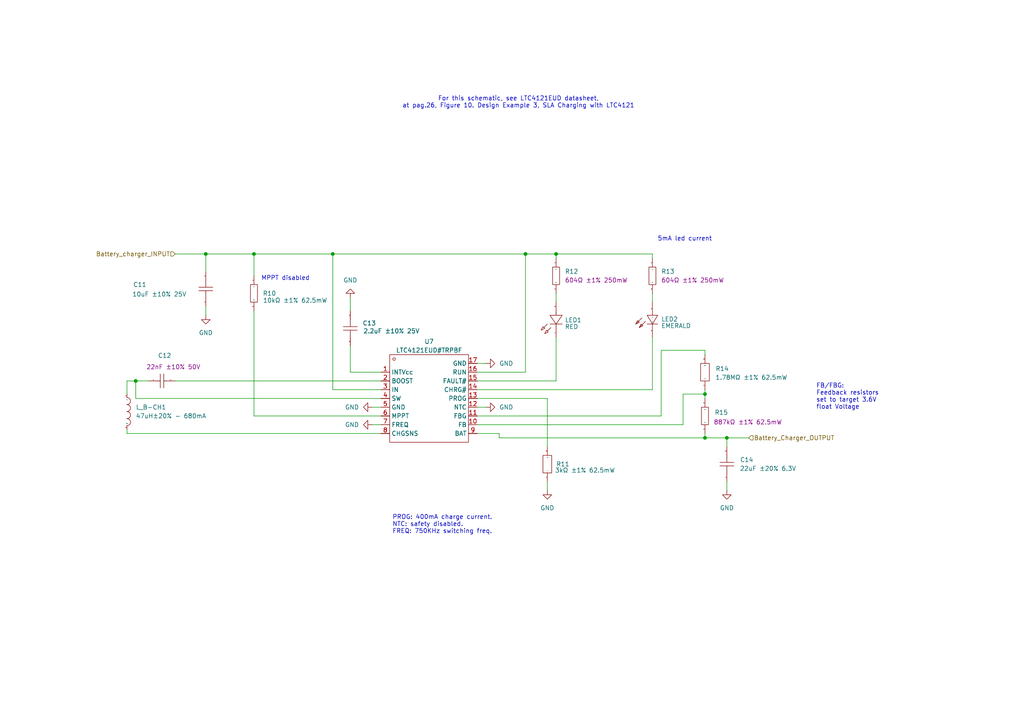
<source format=kicad_sch>
(kicad_sch
	(version 20250114)
	(generator "eeschema")
	(generator_version "9.0")
	(uuid "a7d8ac89-328f-4f6b-bb78-5c2b5d3efff4")
	(paper "A4")
	(lib_symbols
		(symbol "CL21A106KAYNNNE_1"
			(exclude_from_sim no)
			(in_bom yes)
			(on_board yes)
			(property "Reference" "C"
				(at 0 4.064 0)
				(effects
					(font
						(size 1.27 1.27)
					)
				)
			)
			(property "Value" "10uF"
				(at 0 7.62 0)
				(effects
					(font
						(size 1.27 1.27)
					)
					(hide yes)
				)
			)
			(property "Footprint" "CAP_10uF_CL21A106KAYNNNE:C0805"
				(at -0.762 -14.224 0)
				(effects
					(font
						(size 1.27 1.27)
					)
					(hide yes)
				)
			)
			(property "Datasheet" "https://atta.szlcsc.com/upload/public/pdf/source/20160218/1457707763339.pdf"
				(at 1.016 15.748 0)
				(effects
					(font
						(size 1.27 1.27)
					)
					(hide yes)
				)
			)
			(property "Description" "Capacitance: Tolerance:±10% Tolerance:±10% Voltage Rated: Temperature Coefficient:"
				(at 0.508 11.684 0)
				(effects
					(font
						(size 1.27 1.27)
					)
					(hide yes)
				)
			)
			(property "Manufacturer Part" "CL21A106KAYNNNE"
				(at 0.254 -6.858 0)
				(effects
					(font
						(size 1.27 1.27)
					)
					(hide yes)
				)
			)
			(property "Manufacturer" "SAMSUNG(三星)"
				(at 0 -11.43 0)
				(effects
					(font
						(size 1.27 1.27)
					)
					(hide yes)
				)
			)
			(property "Supplier Part" "C15850"
				(at 0 -9.144 0)
				(effects
					(font
						(size 1.27 1.27)
					)
					(hide yes)
				)
			)
			(property "Supplier" "LCSC"
				(at -0.254 -16.764 0)
				(effects
					(font
						(size 1.27 1.27)
					)
					(hide yes)
				)
			)
			(property "LCSC Part Name" "10uF ±10% 25V"
				(at 0 -4.572 0)
				(effects
					(font
						(size 1.27 1.27)
					)
					(hide yes)
				)
			)
			(symbol "CL21A106KAYNNNE_1_1_0"
				(polyline
					(pts
						(xy -0.508 0) (xy -2.54 0)
					)
					(stroke
						(width 0)
						(type default)
					)
					(fill
						(type none)
					)
				)
				(polyline
					(pts
						(xy -0.508 -2.032) (xy -0.508 2.032)
					)
					(stroke
						(width 0)
						(type default)
					)
					(fill
						(type none)
					)
				)
				(polyline
					(pts
						(xy 0.508 2.032) (xy 0.508 -2.032)
					)
					(stroke
						(width 0)
						(type default)
					)
					(fill
						(type none)
					)
				)
				(polyline
					(pts
						(xy 2.54 0) (xy 0.508 0)
					)
					(stroke
						(width 0)
						(type default)
					)
					(fill
						(type none)
					)
				)
				(pin input line
					(at -5.08 0 0)
					(length 2.54)
					(name "1"
						(effects
							(font
								(size 0.0254 0.0254)
							)
						)
					)
					(number "1"
						(effects
							(font
								(size 0.0254 0.0254)
							)
						)
					)
				)
				(pin input line
					(at 5.08 0 180)
					(length 2.54)
					(name "2"
						(effects
							(font
								(size 0.0254 0.0254)
							)
						)
					)
					(number "2"
						(effects
							(font
								(size 0.0254 0.0254)
							)
						)
					)
				)
			)
			(embedded_fonts no)
		)
		(symbol "CM05X5R226M06AH080_1"
			(exclude_from_sim no)
			(in_bom yes)
			(on_board yes)
			(property "Reference" "C"
				(at 0 3.556 0)
				(effects
					(font
						(size 1.27 1.27)
					)
				)
			)
			(property "Value" "22uF"
				(at 0 -3.81 0)
				(effects
					(font
						(size 1.27 1.27)
					)
					(hide yes)
				)
			)
			(property "Footprint" "CAP_22uF_CM05X5R226M06AH080:C0402"
				(at 0.508 14.986 0)
				(effects
					(font
						(size 1.27 1.27)
					)
					(hide yes)
				)
			)
			(property "Datasheet" "https://atta.szlcsc.com/upload/public/pdf/source/20211010/C2836678_DF50997D4C3D82358B3700D75A0D3B5B.pdf"
				(at 0.254 10.668 0)
				(effects
					(font
						(size 1.27 1.27)
					)
					(hide yes)
				)
			)
			(property "Description" "Capacitance: Tolerance:±20% Tolerance:±20% Voltage Rated: Temperature Coefficient:"
				(at 0.254 12.954 0)
				(effects
					(font
						(size 1.27 1.27)
					)
					(hide yes)
				)
			)
			(property "Manufacturer Part" "CM05X5R226M06AH080"
				(at 0 8.382 0)
				(effects
					(font
						(size 1.27 1.27)
					)
					(hide yes)
				)
			)
			(property "Manufacturer" "Kyocera AVX"
				(at -0.254 -5.842 0)
				(effects
					(font
						(size 1.27 1.27)
					)
					(hide yes)
				)
			)
			(property "Supplier Part" "C919306"
				(at 0.762 -7.874 0)
				(effects
					(font
						(size 1.27 1.27)
					)
					(hide yes)
				)
			)
			(property "Supplier" "LCSC"
				(at 0.254 -10.16 0)
				(effects
					(font
						(size 1.27 1.27)
					)
					(hide yes)
				)
			)
			(property "LCSC Part Name" "22uF ±20% 6.3V"
				(at 0 6.096 0)
				(effects
					(font
						(size 1.27 1.27)
					)
					(hide yes)
				)
			)
			(symbol "CM05X5R226M06AH080_1_1_0"
				(polyline
					(pts
						(xy -0.508 0) (xy -2.54 0)
					)
					(stroke
						(width 0)
						(type default)
					)
					(fill
						(type none)
					)
				)
				(polyline
					(pts
						(xy -0.508 -2.032) (xy -0.508 2.032)
					)
					(stroke
						(width 0)
						(type default)
					)
					(fill
						(type none)
					)
				)
				(polyline
					(pts
						(xy 0.508 2.032) (xy 0.508 -2.032)
					)
					(stroke
						(width 0)
						(type default)
					)
					(fill
						(type none)
					)
				)
				(polyline
					(pts
						(xy 2.54 0) (xy 0.508 0)
					)
					(stroke
						(width 0)
						(type default)
					)
					(fill
						(type none)
					)
				)
				(pin input line
					(at -5.08 0 0)
					(length 2.54)
					(name "1"
						(effects
							(font
								(size 0.0254 0.0254)
							)
						)
					)
					(number "1"
						(effects
							(font
								(size 0.0254 0.0254)
							)
						)
					)
				)
				(pin input line
					(at 5.08 0 180)
					(length 2.54)
					(name "2"
						(effects
							(font
								(size 0.0254 0.0254)
							)
						)
					)
					(number "2"
						(effects
							(font
								(size 0.0254 0.0254)
							)
						)
					)
				)
			)
			(embedded_fonts no)
		)
		(symbol "FRC0402F3001TS_1"
			(exclude_from_sim no)
			(in_bom yes)
			(on_board yes)
			(property "Reference" "R"
				(at 0 2.794 0)
				(effects
					(font
						(size 1.27 1.27)
					)
				)
			)
			(property "Value" "3kΩ"
				(at -0.254 -4.826 0)
				(effects
					(font
						(size 1.27 1.27)
					)
					(hide yes)
				)
			)
			(property "Footprint" "RES_3K_1_TOL_FRC04002F3001TS:R0402"
				(at 0 12.446 0)
				(effects
					(font
						(size 1.27 1.27)
					)
					(hide yes)
				)
			)
			(property "Datasheet" "https://atta.szlcsc.com/upload/public/pdf/source/20211221/925EC7D7225764EE0046F22065062C87.pdf"
				(at -0.254 14.478 0)
				(effects
					(font
						(size 1.27 1.27)
					)
					(hide yes)
				)
			)
			(property "Description" "Type:Thick Film Resistors Resistance:3kΩ Tolerance:±1% Tolerance:±1% Power(Watts): Overload Voltage (Max): Temperature Coefficient:±100ppm/°C Temperature Coefficient:±100ppm/°C Operating Temperature Range:-55°C~+155°C Operating Temperature Range:-55°C~+155°C"
				(at -0.254 9.906 0)
				(effects
					(font
						(size 1.27 1.27)
					)
					(hide yes)
				)
			)
			(property "Manufacturer Part" "FRC0402F3001TS"
				(at 0 6.858 0)
				(effects
					(font
						(size 1.27 1.27)
					)
					(hide yes)
				)
			)
			(property "Manufacturer" "FOJAN(富捷)"
				(at -0.254 -9.652 0)
				(effects
					(font
						(size 1.27 1.27)
					)
					(hide yes)
				)
			)
			(property "Supplier Part" "C2909355"
				(at 0.254 -12.192 0)
				(effects
					(font
						(size 1.27 1.27)
					)
					(hide yes)
				)
			)
			(property "Supplier" "LCSC"
				(at 0 -14.224 0)
				(effects
					(font
						(size 1.27 1.27)
					)
					(hide yes)
				)
			)
			(property "LCSC Part Name" "3kΩ ±1% 62.5mW 厚膜电阻"
				(at 0 -7.112 0)
				(effects
					(font
						(size 1.27 1.27)
					)
					(hide yes)
				)
			)
			(symbol "FRC0402F3001TS_1_1_0"
				(rectangle
					(start -2.54 -1.27)
					(end 2.54 1.27)
					(stroke
						(width 0)
						(type default)
					)
					(fill
						(type none)
					)
				)
				(pin input line
					(at -5.08 0 0)
					(length 2.54)
					(name "1"
						(effects
							(font
								(size 0.0254 0.0254)
							)
						)
					)
					(number "1"
						(effects
							(font
								(size 0.0254 0.0254)
							)
						)
					)
				)
				(pin input line
					(at 5.08 0 180)
					(length 2.54)
					(name "2"
						(effects
							(font
								(size 0.0254 0.0254)
							)
						)
					)
					(number "2"
						(effects
							(font
								(size 0.0254 0.0254)
							)
						)
					)
				)
			)
			(embedded_fonts no)
		)
		(symbol "GND_1"
			(power)
			(pin_numbers
				(hide yes)
			)
			(pin_names
				(offset 0)
				(hide yes)
			)
			(exclude_from_sim no)
			(in_bom yes)
			(on_board yes)
			(property "Reference" "#PWR"
				(at 0 -6.35 0)
				(effects
					(font
						(size 1.27 1.27)
					)
					(hide yes)
				)
			)
			(property "Value" "GND"
				(at 0 -3.81 0)
				(effects
					(font
						(size 1.27 1.27)
					)
				)
			)
			(property "Footprint" ""
				(at 0 0 0)
				(effects
					(font
						(size 1.27 1.27)
					)
					(hide yes)
				)
			)
			(property "Datasheet" ""
				(at 0 0 0)
				(effects
					(font
						(size 1.27 1.27)
					)
					(hide yes)
				)
			)
			(property "Description" "Power symbol creates a global label with name \"GND\" , ground"
				(at 0 0 0)
				(effects
					(font
						(size 1.27 1.27)
					)
					(hide yes)
				)
			)
			(property "ki_keywords" "global power"
				(at 0 0 0)
				(effects
					(font
						(size 1.27 1.27)
					)
					(hide yes)
				)
			)
			(symbol "GND_1_0_1"
				(polyline
					(pts
						(xy 0 0) (xy 0 -1.27) (xy 1.27 -1.27) (xy 0 -2.54) (xy -1.27 -1.27) (xy 0 -1.27)
					)
					(stroke
						(width 0)
						(type default)
					)
					(fill
						(type none)
					)
				)
			)
			(symbol "GND_1_1_1"
				(pin power_in line
					(at 0 0 270)
					(length 0)
					(name "~"
						(effects
							(font
								(size 1.27 1.27)
							)
						)
					)
					(number "1"
						(effects
							(font
								(size 1.27 1.27)
							)
						)
					)
				)
			)
			(embedded_fonts no)
		)
		(symbol "My_Personal_Symbols_Library:0402B223K500NT"
			(exclude_from_sim no)
			(in_bom yes)
			(on_board yes)
			(property "Reference" "C"
				(at 0 3.556 0)
				(effects
					(font
						(size 1.27 1.27)
					)
				)
			)
			(property "Value" "22nF"
				(at 0 -3.81 0)
				(effects
					(font
						(size 1.27 1.27)
					)
					(hide yes)
				)
			)
			(property "Footprint" "CAP_22nF_0402B223K500NT:C0402"
				(at -0.254 7.112 0)
				(effects
					(font
						(size 1.27 1.27)
					)
					(hide yes)
				)
			)
			(property "Datasheet" "https://atta.szlcsc.com/upload/public/pdf/source/20200305/C486355_26A10D38EF8C2A5C37091D0039909270.pdf"
				(at -0.254 11.43 0)
				(effects
					(font
						(size 1.27 1.27)
					)
					(hide yes)
				)
			)
			(property "Description" "Capacitance:22nF Tolerance:±10% Tolerance:±10% Voltage Rating:50V Temperature Coefficient:X7R"
				(at -0.254 9.144 0)
				(effects
					(font
						(size 1.27 1.27)
					)
					(hide yes)
				)
			)
			(property "Manufacturer Part" "0402B223K500NT"
				(at 0 -9.144 0)
				(effects
					(font
						(size 1.27 1.27)
					)
					(hide yes)
				)
			)
			(property "Manufacturer" "FH(风华)"
				(at -0.254 -13.97 0)
				(effects
					(font
						(size 1.27 1.27)
					)
					(hide yes)
				)
			)
			(property "Supplier Part" "C1532"
				(at -0.254 -6.35 0)
				(effects
					(font
						(size 1.27 1.27)
					)
					(hide yes)
				)
			)
			(property "Supplier" "LCSC"
				(at 0 -16.256 0)
				(effects
					(font
						(size 1.27 1.27)
					)
					(hide yes)
				)
			)
			(property "LCSC Part Name" "22nF ±10% 50V"
				(at 0 -11.43 0)
				(effects
					(font
						(size 1.27 1.27)
					)
					(hide yes)
				)
			)
			(symbol "0402B223K500NT_1_0"
				(polyline
					(pts
						(xy -1.27 0) (xy -0.508 0)
					)
					(stroke
						(width 0)
						(type default)
					)
					(fill
						(type none)
					)
				)
				(polyline
					(pts
						(xy -0.508 2.032) (xy -0.508 -2.032)
					)
					(stroke
						(width 0)
						(type default)
					)
					(fill
						(type none)
					)
				)
				(polyline
					(pts
						(xy 0.508 2.032) (xy 0.508 -2.032)
					)
					(stroke
						(width 0)
						(type default)
					)
					(fill
						(type none)
					)
				)
				(polyline
					(pts
						(xy 0.508 0) (xy 1.27 0)
					)
					(stroke
						(width 0)
						(type default)
					)
					(fill
						(type none)
					)
				)
				(pin input line
					(at -3.81 0 0)
					(length 2.54)
					(name "1"
						(effects
							(font
								(size 0.0254 0.0254)
							)
						)
					)
					(number "1"
						(effects
							(font
								(size 0.0254 0.0254)
							)
						)
					)
				)
				(pin input line
					(at 3.81 0 180)
					(length 2.54)
					(name "2"
						(effects
							(font
								(size 0.0254 0.0254)
							)
						)
					)
					(number "2"
						(effects
							(font
								(size 0.0254 0.0254)
							)
						)
					)
				)
			)
			(embedded_fonts no)
		)
		(symbol "My_Personal_Symbols_Library:0402WGF1002TCE"
			(exclude_from_sim no)
			(in_bom yes)
			(on_board yes)
			(property "Reference" "R"
				(at 0 2.54 0)
				(effects
					(font
						(size 1.27 1.27)
					)
				)
			)
			(property "Value" "10kΩ"
				(at 0 -3.048 0)
				(effects
					(font
						(size 1.27 1.27)
					)
					(hide yes)
				)
			)
			(property "Footprint" "RES_10K_0402WGF1002TCE:R0402"
				(at 0 6.858 0)
				(effects
					(font
						(size 1.27 1.27)
					)
					(hide yes)
				)
			)
			(property "Datasheet" "https://atta.szlcsc.com/upload/public/pdf/source/20200306/C422600_1E6D84923E4A46A82E41ADD87F860B5C.pdf"
				(at 0 9.398 0)
				(effects
					(font
						(size 1.27 1.27)
					)
					(hide yes)
				)
			)
			(property "Description" "Type:Thick Film Resistors Resistance:10kΩ Tolerance:±1% Tolerance:±1% Power(Watts): Overload Voltage (Max): Temperature Coefficient:±100ppm/°C Temperature Coefficient:±100ppm/°C Operating Temperature Range:-55°C~+155°C Operating Temperature Range:-55°C~+155°C"
				(at -0.254 13.97 0)
				(effects
					(font
						(size 1.27 1.27)
					)
					(hide yes)
				)
			)
			(property "Manufacturer Part" "0402WGF1002TCE"
				(at 0 -8.128 0)
				(effects
					(font
						(size 1.27 1.27)
					)
					(hide yes)
				)
			)
			(property "Manufacturer" "UNI-ROYAL(厚声)"
				(at 0 -14.224 0)
				(effects
					(font
						(size 1.27 1.27)
					)
					(hide yes)
				)
			)
			(property "Supplier Part" "C25744"
				(at 0 -5.588 0)
				(effects
					(font
						(size 1.27 1.27)
					)
					(hide yes)
				)
			)
			(property "Supplier" "LCSC"
				(at 0.254 -16.764 0)
				(effects
					(font
						(size 1.27 1.27)
					)
					(hide yes)
				)
			)
			(property "LCSC Part Name" "10kΩ ±1% 62.5mW 厚膜电阻"
				(at 0.254 -10.922 0)
				(effects
					(font
						(size 1.27 1.27)
					)
					(hide yes)
				)
			)
			(symbol "0402WGF1002TCE_1_0"
				(rectangle
					(start -2.54 1.016)
					(end 2.54 -1.016)
					(stroke
						(width 0)
						(type default)
					)
					(fill
						(type none)
					)
				)
				(pin input line
					(at -5.08 0 0)
					(length 2.54)
					(name "1"
						(effects
							(font
								(size 0.0254 0.0254)
							)
						)
					)
					(number "1"
						(effects
							(font
								(size 0.0254 0.0254)
							)
						)
					)
				)
				(pin input line
					(at 5.08 0 180)
					(length 2.54)
					(name "2"
						(effects
							(font
								(size 0.0254 0.0254)
							)
						)
					)
					(number "2"
						(effects
							(font
								(size 0.0254 0.0254)
							)
						)
					)
				)
			)
			(embedded_fonts no)
		)
		(symbol "My_Personal_Symbols_Library:FC-D1608UGK-520D10"
			(exclude_from_sim no)
			(in_bom yes)
			(on_board yes)
			(property "Reference" "LED"
				(at 0 -4.572 0)
				(effects
					(font
						(size 1.27 1.27)
					)
				)
			)
			(property "Value" ""
				(at 0 0 0)
				(effects
					(font
						(size 1.27 1.27)
					)
				)
			)
			(property "Footprint" "LED_EMERALD_20mA_FC-D1608UGK-520D10:LED0603-RD_1"
				(at 0 6.35 0)
				(effects
					(font
						(size 1.27 1.27)
					)
					(hide yes)
				)
			)
			(property "Datasheet" "https://atta.szlcsc.com/upload/public/pdf/source/20200820/C84267_04BA7703640BAC111D09F5EFB971FBF3.pdf"
				(at 0.508 9.144 0)
				(effects
					(font
						(size 1.27 1.27)
					)
					(hide yes)
				)
			)
			(property "Description" "Illumination Color:Emerald Voltage - Forward(Vf):2.6V~3.6V Voltage - Forward(Vf):2.6V~3.6V Power(Watts):72mW Forward Current:20mA Wavelength - Dominant:515nm~530nm Wavelength - Dominant:515nm~530nm Lens Color:- Luminous Intensity:330mcd~900mcd Luminous In"
				(at -0.254 11.43 0)
				(effects
					(font
						(size 1.27 1.27)
					)
					(hide yes)
				)
			)
			(property "Manufacturer Part" "NCD0603G1"
				(at 0.254 -6.604 0)
				(effects
					(font
						(size 1.27 1.27)
					)
					(hide yes)
				)
			)
			(property "Manufacturer" "国星光电"
				(at 0.254 -10.922 0)
				(effects
					(font
						(size 1.27 1.27)
					)
					(hide yes)
				)
			)
			(property "Supplier Part" "C84267"
				(at 0 -8.636 0)
				(effects
					(font
						(size 1.27 1.27)
					)
					(hide yes)
				)
			)
			(property "Supplier" "LCSC"
				(at 0 -13.208 0)
				(effects
					(font
						(size 1.27 1.27)
					)
					(hide yes)
				)
			)
			(property "LCSC Part Name" ""
				(at 0.508 -8.89 0)
				(effects
					(font
						(size 1.27 1.27)
					)
					(hide yes)
				)
			)
			(symbol "FC-D1608UGK-520D10_1_0"
				(polyline
					(pts
						(xy -2.286 2.54) (xy -1.27 2.032) (xy -1.27 2.032) (xy -1.778 1.524) (xy -1.778 1.524) (xy -2.286 2.54)
					)
					(stroke
						(width 0)
						(type default)
					)
					(fill
						(type none)
					)
				)
				(polyline
					(pts
						(xy -1.27 3.556) (xy -0.254 3.048) (xy -0.254 3.048) (xy -0.762 2.54) (xy -0.762 2.54) (xy -1.27 3.556)
					)
					(stroke
						(width 0)
						(type default)
					)
					(fill
						(type none)
					)
				)
				(polyline
					(pts
						(xy -1.27 0.254) (xy -1.27 -2.794)
					)
					(stroke
						(width 0)
						(type default)
					)
					(fill
						(type none)
					)
				)
				(polyline
					(pts
						(xy -0.508 0.762) (xy -2.286 2.54)
					)
					(stroke
						(width 0)
						(type default)
					)
					(fill
						(type none)
					)
				)
				(polyline
					(pts
						(xy 0.508 1.778) (xy -1.27 3.556)
					)
					(stroke
						(width 0)
						(type default)
					)
					(fill
						(type none)
					)
				)
				(polyline
					(pts
						(xy 1.27 -2.794) (xy -1.27 -1.27) (xy -1.27 -1.27) (xy 1.27 0.254) (xy 1.27 0.254) (xy 1.27 -2.794)
					)
					(stroke
						(width 0)
						(type default)
					)
					(fill
						(type none)
					)
				)
				(pin bidirectional line
					(at -5.08 -1.27 0)
					(length 3.81)
					(name "K"
						(effects
							(font
								(size 0.0254 0.0254)
							)
						)
					)
					(number "1"
						(effects
							(font
								(size 0.0254 0.0254)
							)
						)
					)
				)
				(pin bidirectional line
					(at 5.08 -1.27 180)
					(length 3.81)
					(name "A"
						(effects
							(font
								(size 0.0254 0.0254)
							)
						)
					)
					(number "2"
						(effects
							(font
								(size 0.0254 0.0254)
							)
						)
					)
				)
			)
			(embedded_fonts no)
		)
		(symbol "My_Personal_Symbols_Library:GRM155R61E225KE11D"
			(exclude_from_sim no)
			(in_bom yes)
			(on_board yes)
			(property "Reference" "C"
				(at -4.318 0 0)
				(effects
					(font
						(size 1.27 1.27)
					)
				)
			)
			(property "Value" "2.2uF"
				(at 0.254 -23.114 0)
				(effects
					(font
						(size 1.27 1.27)
					)
					(hide yes)
				)
			)
			(property "Footprint" "CAP_2.2uF_GRM155R61E225KE11D:C0402"
				(at 2.032 19.304 0)
				(effects
					(font
						(size 1.27 1.27)
					)
					(hide yes)
				)
			)
			(property "Datasheet" "https://atta.szlcsc.com/upload/public/pdf/source/20190531/C385032_AE390FF415271BC6A7223A7F56F516ED.pdf"
				(at 2.032 16.51 0)
				(effects
					(font
						(size 1.27 1.27)
					)
					(hide yes)
				)
			)
			(property "Description" "Capacitance: Tolerance:±10% Tolerance:±10% Voltage Rated: Temperature Coefficient:"
				(at 2.032 21.336 0)
				(effects
					(font
						(size 1.27 1.27)
					)
					(hide yes)
				)
			)
			(property "Manufacturer Part" "GRM155R61E225KE11D"
				(at 2.032 16.51 0)
				(effects
					(font
						(size 1.27 1.27)
					)
					(hide yes)
				)
			)
			(property "Manufacturer" "muRata(村田)"
				(at -0.762 -18.034 0)
				(effects
					(font
						(size 1.27 1.27)
					)
					(hide yes)
				)
			)
			(property "Supplier Part" "C385032"
				(at 0.508 -20.828 0)
				(effects
					(font
						(size 1.27 1.27)
					)
					(hide yes)
				)
			)
			(property "Supplier" "LCSC"
				(at 0.254 -25.4 0)
				(effects
					(font
						(size 1.27 1.27)
					)
					(hide yes)
				)
			)
			(property "LCSC Part Name" "2.2uF ±10% 25V"
				(at -0.254 -15.24 0)
				(effects
					(font
						(size 1.27 1.27)
					)
					(hide yes)
				)
			)
			(symbol "GRM155R61E225KE11D_1_0"
				(polyline
					(pts
						(xy -2.032 0.508) (xy 2.032 0.508)
					)
					(stroke
						(width 0)
						(type default)
					)
					(fill
						(type none)
					)
				)
				(polyline
					(pts
						(xy 0 2.54) (xy 0 0.508)
					)
					(stroke
						(width 0)
						(type default)
					)
					(fill
						(type none)
					)
				)
				(polyline
					(pts
						(xy 0 -0.508) (xy 0 -2.54)
					)
					(stroke
						(width 0)
						(type default)
					)
					(fill
						(type none)
					)
				)
				(polyline
					(pts
						(xy 2.032 -0.508) (xy -2.032 -0.508)
					)
					(stroke
						(width 0)
						(type default)
					)
					(fill
						(type none)
					)
				)
				(pin input line
					(at 0 5.08 270)
					(length 2.54)
					(name "2"
						(effects
							(font
								(size 0.0254 0.0254)
							)
						)
					)
					(number "2"
						(effects
							(font
								(size 0.0254 0.0254)
							)
						)
					)
				)
				(pin input line
					(at 0 -5.08 90)
					(length 2.54)
					(name "1"
						(effects
							(font
								(size 0.0254 0.0254)
							)
						)
					)
					(number "1"
						(effects
							(font
								(size 0.0254 0.0254)
							)
						)
					)
				)
			)
			(embedded_fonts no)
		)
		(symbol "My_Personal_Symbols_Library:LPS4018-473MRC"
			(exclude_from_sim no)
			(in_bom yes)
			(on_board yes)
			(property "Reference" "L"
				(at 0 3.556 0)
				(effects
					(font
						(size 1.27 1.27)
					)
				)
			)
			(property "Value" ""
				(at 0 0 0)
				(effects
					(font
						(size 1.27 1.27)
					)
				)
			)
			(property "Footprint" "ind_47uH_LPS4018-473MRC:IND-SMD_L3.9-W3.9-1"
				(at -0.762 18.288 0)
				(effects
					(font
						(size 1.27 1.27)
					)
					(hide yes)
				)
			)
			(property "Datasheet" ""
				(at 0 0 0)
				(effects
					(font
						(size 1.27 1.27)
					)
					(hide yes)
				)
			)
			(property "Description" "Tolerance:±20% Tolerance:±20% Ratings:AEC-Q200"
				(at -1.27 14.478 0)
				(effects
					(font
						(size 1.27 1.27)
					)
					(hide yes)
				)
			)
			(property "Manufacturer Part" "LPS4018-473MRC"
				(at 0.254 -7.874 0)
				(effects
					(font
						(size 1.27 1.27)
					)
					(hide yes)
				)
			)
			(property "Manufacturer" "Coilcraft(线艺)"
				(at 0.508 -17.272 0)
				(effects
					(font
						(size 1.27 1.27)
					)
					(hide yes)
				)
			)
			(property "Supplier Part" "C5189599"
				(at 0 -11.176 0)
				(effects
					(font
						(size 1.27 1.27)
					)
					(hide yes)
				)
			)
			(property "Supplier" "LCSC"
				(at 0.254 -14.478 0)
				(effects
					(font
						(size 1.27 1.27)
					)
					(hide yes)
				)
			)
			(property "LCSC Part Name" "±20%"
				(at 0 -4.318 0)
				(effects
					(font
						(size 1.27 1.27)
					)
					(hide yes)
				)
			)
			(symbol "LPS4018-473MRC_1_0"
				(arc
					(start -4.064 0)
					(mid -3.0226 1.016)
					(end -2.032 0)
					(stroke
						(width 0)
						(type default)
					)
					(fill
						(type none)
					)
				)
				(arc
					(start -2.032 0)
					(mid -0.9906 1.016)
					(end 0 0)
					(stroke
						(width 0)
						(type default)
					)
					(fill
						(type none)
					)
				)
				(arc
					(start 0 0)
					(mid 1.016 1.016)
					(end 2.032 0)
					(stroke
						(width 0)
						(type default)
					)
					(fill
						(type none)
					)
				)
				(arc
					(start 2.032 0)
					(mid 3.048 1.016)
					(end 4.064 0)
					(stroke
						(width 0)
						(type default)
					)
					(fill
						(type none)
					)
				)
				(pin passive line
					(at -5.08 0 0)
					(length 1.016)
					(name "1"
						(effects
							(font
								(size 0.0254 0.0254)
							)
						)
					)
					(number "1"
						(effects
							(font
								(size 0.0254 0.0254)
							)
						)
					)
				)
				(pin passive line
					(at 5.08 0 180)
					(length 1.016)
					(name "2"
						(effects
							(font
								(size 0.0254 0.0254)
							)
						)
					)
					(number "2"
						(effects
							(font
								(size 0.0254 0.0254)
							)
						)
					)
				)
			)
			(embedded_fonts no)
		)
		(symbol "My_Personal_Symbols_Library:LTC4121EUD#TRPBF"
			(exclude_from_sim no)
			(in_bom yes)
			(on_board yes)
			(property "Reference" "U"
				(at 0 16.002 0)
				(effects
					(font
						(size 1.27 1.27)
					)
				)
			)
			(property "Value" ""
				(at 0 0 0)
				(effects
					(font
						(size 1.27 1.27)
					)
				)
			)
			(property "Footprint" "ProLib_pcs_LTC4121EUD_2025-04-30:QFN-16_L3.0-W3.0-P0.50-BL-EP1.5"
				(at 2.286 -13.97 0)
				(effects
					(font
						(size 1.27 1.27)
					)
					(hide yes)
				)
			)
			(property "Datasheet" "https://atta.szlcsc.com/upload/public/pdf/source/20221018/01DFF3A73A845B8ECF70EBFA80000D27.pdf"
				(at 2.032 -19.812 0)
				(effects
					(font
						(size 1.27 1.27)
					)
					(hide yes)
				)
			)
			(property "Description" "Supply Voltage:40V Supply Voltage:40V Maximum Charge Current:400mA Type of Battery:多化学 Operating Temperature:-40°C~+125°C Operating Temperature:-40°C~+125°C"
				(at 0.254 18.288 0)
				(effects
					(font
						(size 1.27 1.27)
					)
					(hide yes)
				)
			)
			(property "Manufacturer Part" "LTC4121EUD#TRPBF"
				(at 0.508 21.082 0)
				(effects
					(font
						(size 1.27 1.27)
					)
					(hide yes)
				)
			)
			(property "Manufacturer" "ADI(亚德诺)"
				(at 0 -16.764 0)
				(effects
					(font
						(size 1.27 1.27)
					)
					(hide yes)
				)
			)
			(property "Supplier Part" "C687336"
				(at 2.54 1.016 90)
				(effects
					(font
						(size 1.27 1.27)
					)
					(hide yes)
				)
			)
			(property "Supplier" "LCSC"
				(at 0.254 -22.86 0)
				(effects
					(font
						(size 1.27 1.27)
					)
					(hide yes)
				)
			)
			(property "LCSC Part Name" "LTC4121EUD#TRPBF"
				(at -1.524 1.524 90)
				(effects
					(font
						(size 1.27 1.27)
					)
					(hide yes)
				)
			)
			(symbol "LTC4121EUD#TRPBF_1_0"
				(rectangle
					(start -11.43 -11.43)
					(end 11.43 13.97)
					(stroke
						(width 0)
						(type default)
					)
					(fill
						(type none)
					)
				)
				(circle
					(center -10.16 12.7)
					(radius 0.381)
					(stroke
						(width 0)
						(type default)
					)
					(fill
						(type none)
					)
				)
				(pin bidirectional line
					(at -13.97 8.89 0)
					(length 2.54)
					(name "INTVcc"
						(effects
							(font
								(size 1.27 1.27)
							)
						)
					)
					(number "1"
						(effects
							(font
								(size 1.27 1.27)
							)
						)
					)
				)
				(pin bidirectional line
					(at -13.97 6.35 0)
					(length 2.54)
					(name "BOOST"
						(effects
							(font
								(size 1.27 1.27)
							)
						)
					)
					(number "2"
						(effects
							(font
								(size 1.27 1.27)
							)
						)
					)
				)
				(pin input line
					(at -13.97 3.81 0)
					(length 2.54)
					(name "IN"
						(effects
							(font
								(size 1.27 1.27)
							)
						)
					)
					(number "3"
						(effects
							(font
								(size 1.27 1.27)
							)
						)
					)
				)
				(pin bidirectional line
					(at -13.97 1.27 0)
					(length 2.54)
					(name "SW"
						(effects
							(font
								(size 1.27 1.27)
							)
						)
					)
					(number "4"
						(effects
							(font
								(size 1.27 1.27)
							)
						)
					)
				)
				(pin power_in line
					(at -13.97 -1.27 0)
					(length 2.54)
					(name "GND"
						(effects
							(font
								(size 1.27 1.27)
							)
						)
					)
					(number "5"
						(effects
							(font
								(size 1.27 1.27)
							)
						)
					)
				)
				(pin bidirectional line
					(at -13.97 -3.81 0)
					(length 2.54)
					(name "MPPT"
						(effects
							(font
								(size 1.27 1.27)
							)
						)
					)
					(number "6"
						(effects
							(font
								(size 1.27 1.27)
							)
						)
					)
				)
				(pin input line
					(at -13.97 -6.35 0)
					(length 2.54)
					(name "FREQ"
						(effects
							(font
								(size 1.27 1.27)
							)
						)
					)
					(number "7"
						(effects
							(font
								(size 1.27 1.27)
							)
						)
					)
				)
				(pin bidirectional line
					(at -13.97 -8.89 0)
					(length 2.54)
					(name "CHGSNS"
						(effects
							(font
								(size 1.27 1.27)
							)
						)
					)
					(number "8"
						(effects
							(font
								(size 1.27 1.27)
							)
						)
					)
				)
				(pin power_in line
					(at 13.97 11.43 180)
					(length 2.54)
					(name "GND"
						(effects
							(font
								(size 1.27 1.27)
							)
						)
					)
					(number "17"
						(effects
							(font
								(size 1.27 1.27)
							)
						)
					)
				)
				(pin input line
					(at 13.97 8.89 180)
					(length 2.54)
					(name "RUN"
						(effects
							(font
								(size 1.27 1.27)
							)
						)
					)
					(number "16"
						(effects
							(font
								(size 1.27 1.27)
							)
						)
					)
				)
				(pin bidirectional line
					(at 13.97 6.35 180)
					(length 2.54)
					(name "FAULT#"
						(effects
							(font
								(size 1.27 1.27)
							)
						)
					)
					(number "15"
						(effects
							(font
								(size 1.27 1.27)
							)
						)
					)
				)
				(pin bidirectional line
					(at 13.97 3.81 180)
					(length 2.54)
					(name "CHRG#"
						(effects
							(font
								(size 1.27 1.27)
							)
						)
					)
					(number "14"
						(effects
							(font
								(size 1.27 1.27)
							)
						)
					)
				)
				(pin bidirectional line
					(at 13.97 1.27 180)
					(length 2.54)
					(name "PROG"
						(effects
							(font
								(size 1.27 1.27)
							)
						)
					)
					(number "13"
						(effects
							(font
								(size 1.27 1.27)
							)
						)
					)
				)
				(pin input line
					(at 13.97 -1.27 180)
					(length 2.54)
					(name "NTC"
						(effects
							(font
								(size 1.27 1.27)
							)
						)
					)
					(number "12"
						(effects
							(font
								(size 1.27 1.27)
							)
						)
					)
				)
				(pin bidirectional line
					(at 13.97 -3.81 180)
					(length 2.54)
					(name "FBG"
						(effects
							(font
								(size 1.27 1.27)
							)
						)
					)
					(number "11"
						(effects
							(font
								(size 1.27 1.27)
							)
						)
					)
				)
				(pin bidirectional line
					(at 13.97 -6.35 180)
					(length 2.54)
					(name "FB"
						(effects
							(font
								(size 1.27 1.27)
							)
						)
					)
					(number "10"
						(effects
							(font
								(size 1.27 1.27)
							)
						)
					)
				)
				(pin output line
					(at 13.97 -8.89 180)
					(length 2.54)
					(name "BAT"
						(effects
							(font
								(size 1.27 1.27)
							)
						)
					)
					(number "9"
						(effects
							(font
								(size 1.27 1.27)
							)
						)
					)
				)
			)
			(embedded_fonts no)
		)
		(symbol "My_Personal_Symbols_Library:RC0402FR-07887KL"
			(exclude_from_sim no)
			(in_bom yes)
			(on_board yes)
			(property "Reference" "R"
				(at 0 2.286 0)
				(effects
					(font
						(size 1.27 1.27)
					)
				)
			)
			(property "Value" "887kΩ"
				(at 0.508 -3.556 0)
				(effects
					(font
						(size 1.27 1.27)
					)
					(hide yes)
				)
			)
			(property "Footprint" "RES_887K_1_TOL_RC0402FR-07887KL:R0402"
				(at 0 13.97 0)
				(effects
					(font
						(size 1.27 1.27)
					)
					(hide yes)
				)
			)
			(property "Datasheet" "https://atta.szlcsc.com/upload/public/pdf/source/20181009/C309620_DA5935B6E1D48212CB7A533FE518B3C2.pdf"
				(at 0 10.922 0)
				(effects
					(font
						(size 1.27 1.27)
					)
					(hide yes)
				)
			)
			(property "Description" "Type:Thick Film Resistors Resistance: Tolerance:±1% Tolerance:±1% Power(Watts): Overload Voltage (Max): Temperature Coefficient:±100ppm/°C Temperature Coefficient:±100ppm/°C Operating Temperature Range:-55°C~+155°C Operating Temperature Range:-55°C~+155°C"
				(at 0 8.128 0)
				(effects
					(font
						(size 1.27 1.27)
					)
					(hide yes)
				)
			)
			(property "Manufacturer Part" "RC0402FR-07887KL"
				(at 0.254 -8.382 0)
				(effects
					(font
						(size 1.27 1.27)
					)
					(hide yes)
				)
			)
			(property "Manufacturer" "YAGEO(国巨)"
				(at 0.254 -11.684 0)
				(effects
					(font
						(size 1.27 1.27)
					)
					(hide yes)
				)
			)
			(property "Supplier Part" "C137930"
				(at 0.254 -6.096 0)
				(effects
					(font
						(size 1.27 1.27)
					)
					(hide yes)
				)
			)
			(property "Supplier" "LCSC"
				(at -0.254 -15.24 0)
				(effects
					(font
						(size 1.27 1.27)
					)
					(hide yes)
				)
			)
			(property "LCSC Part Name" "厚膜电阻 887kΩ ±1% 62.5mW"
				(at 0.254 4.826 0)
				(effects
					(font
						(size 1.27 1.27)
					)
					(hide yes)
				)
			)
			(symbol "RC0402FR-07887KL_1_0"
				(rectangle
					(start -2.54 -1.016)
					(end 2.54 1.016)
					(stroke
						(width 0)
						(type default)
					)
					(fill
						(type none)
					)
				)
				(pin input line
					(at -5.08 0 0)
					(length 2.54)
					(name "1"
						(effects
							(font
								(size 0.0254 0.0254)
							)
						)
					)
					(number "1"
						(effects
							(font
								(size 0.0254 0.0254)
							)
						)
					)
				)
				(pin input line
					(at 5.08 0 180)
					(length 2.54)
					(name "2"
						(effects
							(font
								(size 0.0254 0.0254)
							)
						)
					)
					(number "2"
						(effects
							(font
								(size 0.0254 0.0254)
							)
						)
					)
				)
			)
			(embedded_fonts no)
		)
		(symbol "My_Personal_Symbols_Library:RTT066040FTP"
			(exclude_from_sim no)
			(in_bom yes)
			(on_board yes)
			(property "Reference" "R"
				(at 0 2.54 0)
				(effects
					(font
						(size 1.27 1.27)
					)
				)
			)
			(property "Value" "604Ω"
				(at 0 7.366 0)
				(effects
					(font
						(size 1.27 1.27)
					)
					(hide yes)
				)
			)
			(property "Footprint" "RES_604_1_TOL_RTT066040FTP:R1206"
				(at 0 17.018 0)
				(effects
					(font
						(size 1.27 1.27)
					)
					(hide yes)
				)
			)
			(property "Datasheet" "https://atta.szlcsc.com/upload/public/pdf/source/20191219/C158410_884373A5B7E1BC76BF57BC45A946C093.pdf"
				(at 0 20.574 0)
				(effects
					(font
						(size 1.27 1.27)
					)
					(hide yes)
				)
			)
			(property "Description" "Type:Thick Film Resistors Resistance: Tolerance:±1% Tolerance:±1% Power(Watts): Overload Voltage (Max): Temperature Coefficient:±100ppm/°C Temperature Coefficient:±100ppm/°C Operating Temperature Range:-55°C~+155°C Operating Temperature Range:-55°C~+155°C"
				(at 0 14.478 0)
				(effects
					(font
						(size 1.27 1.27)
					)
					(hide yes)
				)
			)
			(property "Manufacturer Part" "RTT066040FTP"
				(at 0.254 -6.858 0)
				(effects
					(font
						(size 1.27 1.27)
					)
					(hide yes)
				)
			)
			(property "Manufacturer" "RALEC(旺诠)"
				(at 0 -9.906 0)
				(effects
					(font
						(size 1.27 1.27)
					)
					(hide yes)
				)
			)
			(property "Supplier Part" "C159502"
				(at 0 -3.81 0)
				(effects
					(font
						(size 1.27 1.27)
					)
					(hide yes)
				)
			)
			(property "Supplier" "LCSC"
				(at 0.254 -12.954 0)
				(effects
					(font
						(size 1.27 1.27)
					)
					(hide yes)
				)
			)
			(property "LCSC Part Name" "厚膜电阻 604Ω ±1% 250mW"
				(at 0 10.922 0)
				(effects
					(font
						(size 1.27 1.27)
					)
					(hide yes)
				)
			)
			(symbol "RTT066040FTP_1_0"
				(rectangle
					(start -2.54 -1.016)
					(end 2.54 1.016)
					(stroke
						(width 0)
						(type default)
					)
					(fill
						(type none)
					)
				)
				(pin input line
					(at -5.08 0 0)
					(length 2.54)
					(name "1"
						(effects
							(font
								(size 0.0254 0.0254)
							)
						)
					)
					(number "1"
						(effects
							(font
								(size 0.0254 0.0254)
							)
						)
					)
				)
				(pin input line
					(at 5.08 0 180)
					(length 2.54)
					(name "2"
						(effects
							(font
								(size 0.0254 0.0254)
							)
						)
					)
					(number "2"
						(effects
							(font
								(size 0.0254 0.0254)
							)
						)
					)
				)
			)
			(embedded_fonts no)
		)
		(symbol "My_Personal_Symbols_Library:XL-1608SURC-06"
			(exclude_from_sim no)
			(in_bom yes)
			(on_board yes)
			(property "Reference" "LED"
				(at 0.508 3.556 0)
				(effects
					(font
						(size 1.27 1.27)
					)
				)
			)
			(property "Value" ""
				(at 0 0 0)
				(effects
					(font
						(size 1.27 1.27)
					)
				)
			)
			(property "Footprint" "LED_RED_20mA_XL-1608SURC-06:LED0603-RD_RED"
				(at 1.27 11.176 0)
				(effects
					(font
						(size 1.27 1.27)
					)
					(hide yes)
				)
			)
			(property "Datasheet" "https://atta.szlcsc.com/upload/public/pdf/source/20250213/F9766CE804AF391355DCDD48DB3E0DAB.pdf"
				(at 1.016 9.144 0)
				(effects
					(font
						(size 1.27 1.27)
					)
					(hide yes)
				)
			)
			(property "Description" "Lamp Holder Type:- Illumination Color:Red Voltage - Forward(Vf):2.3V Voltage - Forward(Vf):2.3V Power(Watts):50mW Forward Current:20mA Wavelength - Dominant:620nm~630nm Wavelength - Dominant:620nm~630nm Peak Wavelength:625nm Diode Configuration:- Lens Col"
				(at 1.27 6.604 0)
				(effects
					(font
						(size 1.27 1.27)
					)
					(hide yes)
				)
			)
			(property "Manufacturer Part" "XL-1608SURC-06"
				(at 0.762 -9.398 0)
				(effects
					(font
						(size 1.27 1.27)
					)
					(hide yes)
				)
			)
			(property "Manufacturer" "XINGLIGHT(成兴光)"
				(at 0 -11.938 0)
				(effects
					(font
						(size 1.27 1.27)
					)
					(hide yes)
				)
			)
			(property "Supplier Part" "C965799"
				(at 0.254 -4.826 0)
				(effects
					(font
						(size 1.27 1.27)
					)
					(hide yes)
				)
			)
			(property "Supplier" "LCSC"
				(at 0 -14.478 0)
				(effects
					(font
						(size 1.27 1.27)
					)
					(hide yes)
				)
			)
			(property "LCSC Part Name" "XL-1608SURC-06"
				(at 0.508 -7.112 0)
				(effects
					(font
						(size 1.27 1.27)
					)
					(hide yes)
				)
			)
			(symbol "XL-1608SURC-06_1_0"
				(polyline
					(pts
						(xy -4.064 3.302) (xy -3.048 2.794) (xy -3.048 2.794) (xy -3.556 2.286) (xy -3.556 2.286) (xy -4.064 3.302)
					)
					(stroke
						(width 0)
						(type default)
					)
					(fill
						(type none)
					)
				)
				(polyline
					(pts
						(xy -3.048 4.318) (xy -2.032 3.81) (xy -2.032 3.81) (xy -2.54 3.302) (xy -2.54 3.302) (xy -3.048 4.318)
					)
					(stroke
						(width 0)
						(type default)
					)
					(fill
						(type none)
					)
				)
				(polyline
					(pts
						(xy -2.286 1.524) (xy -3.302 2.54)
					)
					(stroke
						(width 0)
						(type default)
					)
					(fill
						(type none)
					)
				)
				(polyline
					(pts
						(xy -1.27 2.54) (xy -2.286 3.556)
					)
					(stroke
						(width 0)
						(type default)
					)
					(fill
						(type none)
					)
				)
				(polyline
					(pts
						(xy -1.27 1.778) (xy -1.27 -1.778)
					)
					(stroke
						(width 0)
						(type default)
					)
					(fill
						(type none)
					)
				)
				(polyline
					(pts
						(xy -1.27 0) (xy -2.54 0)
					)
					(stroke
						(width 0)
						(type default)
					)
					(fill
						(type none)
					)
				)
				(polyline
					(pts
						(xy 1.27 1.778) (xy -1.27 0) (xy -1.27 0) (xy 1.27 -1.778) (xy 1.27 -1.778) (xy 1.27 1.778)
					)
					(stroke
						(width 0)
						(type default)
					)
					(fill
						(type none)
					)
				)
				(polyline
					(pts
						(xy 2.54 0) (xy 1.27 0)
					)
					(stroke
						(width 0)
						(type default)
					)
					(fill
						(type none)
					)
				)
				(pin bidirectional line
					(at -5.08 0 0)
					(length 2.54)
					(name "K"
						(effects
							(font
								(size 0.0254 0.0254)
							)
						)
					)
					(number "1"
						(effects
							(font
								(size 0.0254 0.0254)
							)
						)
					)
				)
				(pin bidirectional line
					(at 5.08 0 180)
					(length 2.54)
					(name "A"
						(effects
							(font
								(size 0.0254 0.0254)
							)
						)
					)
					(number "2"
						(effects
							(font
								(size 0.0254 0.0254)
							)
						)
					)
				)
			)
			(embedded_fonts no)
		)
		(symbol "RC0402FR-071M78L_1"
			(exclude_from_sim no)
			(in_bom yes)
			(on_board yes)
			(property "Reference" "R"
				(at 0 2.54 0)
				(effects
					(font
						(size 1.27 1.27)
					)
				)
			)
			(property "Value" "1.78MΩ"
				(at 0 -4.064 0)
				(effects
					(font
						(size 1.27 1.27)
					)
					(hide yes)
				)
			)
			(property "Footprint" "RES_1.78M_1_TOL_RC0402FR-071M78L:R0402"
				(at 0 10.668 0)
				(effects
					(font
						(size 1.27 1.27)
					)
					(hide yes)
				)
			)
			(property "Datasheet" "https://atta.szlcsc.com/upload/public/pdf/source/20200715/C477227_DA40C8834A99D05F647DA888D556AF60.pdf"
				(at 0.254 13.208 0)
				(effects
					(font
						(size 1.27 1.27)
					)
					(hide yes)
				)
			)
			(property "Description" "Type:Thick Film Resistors Resistance: Tolerance:±1% Tolerance:±1% Power(Watts): Overload Voltage (Max): Temperature Coefficient:±100ppm/°C Temperature Coefficient:±100ppm/°C Operating Temperature Range:-55°C~+155°C Operating Temperature Range:-55°C~+155°C"
				(at 0 5.588 0)
				(effects
					(font
						(size 1.27 1.27)
					)
					(hide yes)
				)
			)
			(property "Manufacturer Part" "RC0402FR-071M78L"
				(at 0 -8.128 0)
				(effects
					(font
						(size 1.27 1.27)
					)
					(hide yes)
				)
			)
			(property "Manufacturer" "YAGEO(国巨)"
				(at 0 -10.414 0)
				(effects
					(font
						(size 1.27 1.27)
					)
					(hide yes)
				)
			)
			(property "Supplier Part" "C477227"
				(at -0.254 -6.35 0)
				(effects
					(font
						(size 1.27 1.27)
					)
					(hide yes)
				)
			)
			(property "Supplier" "LCSC"
				(at 0.254 -12.954 0)
				(effects
					(font
						(size 1.27 1.27)
					)
					(hide yes)
				)
			)
			(property "LCSC Part Name" "厚膜电阻 1.78MΩ ±1% 62.5mW"
				(at 0 8.382 0)
				(effects
					(font
						(size 1.27 1.27)
					)
					(hide yes)
				)
			)
			(symbol "RC0402FR-071M78L_1_1_0"
				(rectangle
					(start -2.54 -1.27)
					(end 2.54 1.27)
					(stroke
						(width 0)
						(type default)
					)
					(fill
						(type none)
					)
				)
				(pin input line
					(at -5.08 0 0)
					(length 2.54)
					(name "1"
						(effects
							(font
								(size 0.0254 0.0254)
							)
						)
					)
					(number "1"
						(effects
							(font
								(size 0.0254 0.0254)
							)
						)
					)
				)
				(pin input line
					(at 5.08 0 180)
					(length 2.54)
					(name "2"
						(effects
							(font
								(size 0.0254 0.0254)
							)
						)
					)
					(number "2"
						(effects
							(font
								(size 0.0254 0.0254)
							)
						)
					)
				)
			)
			(embedded_fonts no)
		)
	)
	(text "For this schematic, see LTC4121EUD datasheet,\nat pag.26, Figure 10. Design Example 3, SLA Charging with LTC4121"
		(exclude_from_sim no)
		(at 150.368 29.718 0)
		(effects
			(font
				(size 1.27 1.27)
			)
		)
		(uuid "0a1b3f36-e5d4-492b-8157-e8005aba12aa")
	)
	(text "FB/FBG:\nFeedback resistors\nset to target 3.6V\nfloat Voltage"
		(exclude_from_sim no)
		(at 236.728 115.062 0)
		(effects
			(font
				(size 1.27 1.27)
			)
			(justify left)
		)
		(uuid "0f3b5c1f-fcf0-40f2-afbb-6931ef8fb75b")
	)
	(text "5mA led current"
		(exclude_from_sim no)
		(at 198.628 69.342 0)
		(effects
			(font
				(size 1.27 1.27)
			)
		)
		(uuid "76143ea0-e19d-4c65-95a7-440bd418b4cf")
	)
	(text "MPPT disabled"
		(exclude_from_sim no)
		(at 82.804 80.772 0)
		(effects
			(font
				(size 1.27 1.27)
			)
		)
		(uuid "7e2ac2e5-3f58-4e81-85d9-fb8f0345aab0")
	)
	(text "PROG: 400mA charge current.\nNTC: safety disabled.\nFREQ: 750KHz switching freq."
		(exclude_from_sim no)
		(at 113.792 152.146 0)
		(effects
			(font
				(size 1.27 1.27)
			)
			(justify left)
		)
		(uuid "953fbe38-6b43-46cd-bc0a-617ca102e546")
	)
	(junction
		(at 152.4 73.66)
		(diameter 0)
		(color 0 0 0 0)
		(uuid "0875bcd9-05f2-4406-9142-31831173033d")
	)
	(junction
		(at 204.47 127)
		(diameter 0)
		(color 0 0 0 0)
		(uuid "203ccdeb-8983-4200-bf68-b2925cc2c302")
	)
	(junction
		(at 96.52 73.66)
		(diameter 0)
		(color 0 0 0 0)
		(uuid "6acf7b5c-cb92-46ad-9f1f-204fa4620d3e")
	)
	(junction
		(at 210.82 127)
		(diameter 0)
		(color 0 0 0 0)
		(uuid "6e0a5d6e-6170-427f-98c0-b583163a3034")
	)
	(junction
		(at 161.29 73.66)
		(diameter 0)
		(color 0 0 0 0)
		(uuid "6e10de07-4eab-4eb7-81e5-bf1fa8635649")
	)
	(junction
		(at 59.69 73.66)
		(diameter 0)
		(color 0 0 0 0)
		(uuid "a998efa3-78a5-4ea1-a286-29ad574cffae")
	)
	(junction
		(at 204.47 114.3)
		(diameter 0)
		(color 0 0 0 0)
		(uuid "c900d429-2e4b-4c71-bac6-9c2fb8935a41")
	)
	(junction
		(at 39.37 110.49)
		(diameter 0)
		(color 0 0 0 0)
		(uuid "e0b18e3c-5a05-4275-9514-7b2e7b9690f6")
	)
	(junction
		(at 73.66 73.66)
		(diameter 0)
		(color 0 0 0 0)
		(uuid "f659fe67-e5f6-4ae8-847a-fdbabfd3f75d")
	)
	(wire
		(pts
			(xy 73.66 73.66) (xy 73.66 80.01)
		)
		(stroke
			(width 0)
			(type default)
		)
		(uuid "00230ded-c37b-4bc7-8209-b1b62302f33d")
	)
	(wire
		(pts
			(xy 138.43 113.03) (xy 189.23 113.03)
		)
		(stroke
			(width 0)
			(type default)
		)
		(uuid "00c3b789-960a-409e-bfac-6c1321dc8d40")
	)
	(wire
		(pts
			(xy 138.43 120.65) (xy 191.77 120.65)
		)
		(stroke
			(width 0)
			(type default)
		)
		(uuid "03979ce7-d092-4353-aed7-85e46d514014")
	)
	(wire
		(pts
			(xy 144.78 127) (xy 204.47 127)
		)
		(stroke
			(width 0)
			(type default)
		)
		(uuid "0bce57bd-d806-4bd8-8e1d-69ac3965d0a8")
	)
	(wire
		(pts
			(xy 138.43 118.11) (xy 140.97 118.11)
		)
		(stroke
			(width 0)
			(type default)
		)
		(uuid "0c179f66-cdbe-4fab-a97d-597e8fdbdada")
	)
	(wire
		(pts
			(xy 59.69 88.9) (xy 59.69 91.44)
		)
		(stroke
			(width 0)
			(type default)
		)
		(uuid "1046b525-9a52-43ec-8d34-03e29b0fdc36")
	)
	(wire
		(pts
			(xy 138.43 107.95) (xy 152.4 107.95)
		)
		(stroke
			(width 0)
			(type default)
		)
		(uuid "1b24d97c-9237-4e69-9535-b19868112b9c")
	)
	(wire
		(pts
			(xy 39.37 115.57) (xy 110.49 115.57)
		)
		(stroke
			(width 0)
			(type default)
		)
		(uuid "2070092e-5d26-497d-af09-f4fabb49e1de")
	)
	(wire
		(pts
			(xy 161.29 97.79) (xy 161.29 110.49)
		)
		(stroke
			(width 0)
			(type default)
		)
		(uuid "31030698-2382-4dae-9a6c-f09c84d96b77")
	)
	(wire
		(pts
			(xy 36.83 114.3) (xy 36.83 110.49)
		)
		(stroke
			(width 0)
			(type default)
		)
		(uuid "325586f0-1772-4ffa-bc5c-945e92e77837")
	)
	(wire
		(pts
			(xy 191.77 101.6) (xy 204.47 101.6)
		)
		(stroke
			(width 0)
			(type default)
		)
		(uuid "35f33edd-75e6-40bc-af38-46e7fa4d3b8b")
	)
	(wire
		(pts
			(xy 138.43 105.41) (xy 140.97 105.41)
		)
		(stroke
			(width 0)
			(type default)
		)
		(uuid "381df7e4-5199-4399-a519-647eab39db87")
	)
	(wire
		(pts
			(xy 152.4 73.66) (xy 161.29 73.66)
		)
		(stroke
			(width 0)
			(type default)
		)
		(uuid "3963bdfb-457b-4ade-92b2-53268afff125")
	)
	(wire
		(pts
			(xy 189.23 85.09) (xy 189.23 87.63)
		)
		(stroke
			(width 0)
			(type default)
		)
		(uuid "464bec07-590b-4123-884f-8b8290ce2850")
	)
	(wire
		(pts
			(xy 39.37 110.49) (xy 39.37 115.57)
		)
		(stroke
			(width 0)
			(type default)
		)
		(uuid "4c372927-d61f-4d9f-8736-879db3b47141")
	)
	(wire
		(pts
			(xy 36.83 110.49) (xy 39.37 110.49)
		)
		(stroke
			(width 0)
			(type default)
		)
		(uuid "4cb42386-7f9c-4fd5-a102-d4e4f5ba5b0a")
	)
	(wire
		(pts
			(xy 110.49 113.03) (xy 96.52 113.03)
		)
		(stroke
			(width 0)
			(type default)
		)
		(uuid "4d856fe2-4ce7-40ef-becb-c6b2d1224a66")
	)
	(wire
		(pts
			(xy 210.82 127) (xy 217.17 127)
		)
		(stroke
			(width 0)
			(type default)
		)
		(uuid "5b622360-0925-427a-a371-d287db9b7a3b")
	)
	(wire
		(pts
			(xy 204.47 113.03) (xy 204.47 114.3)
		)
		(stroke
			(width 0)
			(type default)
		)
		(uuid "65cb9701-5b34-461c-be22-e1d3c3afc3c5")
	)
	(wire
		(pts
			(xy 101.6 86.36) (xy 101.6 90.17)
		)
		(stroke
			(width 0)
			(type default)
		)
		(uuid "66e8bdc5-f974-4e56-a281-46bad095fbc5")
	)
	(wire
		(pts
			(xy 36.83 125.73) (xy 36.83 124.46)
		)
		(stroke
			(width 0)
			(type default)
		)
		(uuid "688c8a11-496f-43eb-8593-e498b974826f")
	)
	(wire
		(pts
			(xy 138.43 123.19) (xy 198.12 123.19)
		)
		(stroke
			(width 0)
			(type default)
		)
		(uuid "68d8b6a3-453f-4d4c-b501-c017b834cfce")
	)
	(wire
		(pts
			(xy 198.12 123.19) (xy 198.12 114.3)
		)
		(stroke
			(width 0)
			(type default)
		)
		(uuid "6e9dfb7b-d976-4381-a6bb-100c3bcfe052")
	)
	(wire
		(pts
			(xy 161.29 73.66) (xy 189.23 73.66)
		)
		(stroke
			(width 0)
			(type default)
		)
		(uuid "6efca701-6724-4153-9d2b-f3f93a2b68c1")
	)
	(wire
		(pts
			(xy 210.82 139.7) (xy 210.82 142.24)
		)
		(stroke
			(width 0)
			(type default)
		)
		(uuid "6fb2fe5a-73d5-4b0a-b727-9ba247d00f2d")
	)
	(wire
		(pts
			(xy 161.29 73.66) (xy 161.29 74.93)
		)
		(stroke
			(width 0)
			(type default)
		)
		(uuid "72149ff3-8885-48d2-8c59-54b8f86f9316")
	)
	(wire
		(pts
			(xy 189.23 97.79) (xy 189.23 113.03)
		)
		(stroke
			(width 0)
			(type default)
		)
		(uuid "749d93ae-8f9c-4132-b176-50992651b6d7")
	)
	(wire
		(pts
			(xy 39.37 110.49) (xy 43.18 110.49)
		)
		(stroke
			(width 0)
			(type default)
		)
		(uuid "7f0e4f62-cbc2-4008-8073-1af20f4018a4")
	)
	(wire
		(pts
			(xy 96.52 73.66) (xy 96.52 113.03)
		)
		(stroke
			(width 0)
			(type default)
		)
		(uuid "80b06a4f-baa5-403c-8cbd-7a509464e5d4")
	)
	(wire
		(pts
			(xy 204.47 127) (xy 210.82 127)
		)
		(stroke
			(width 0)
			(type default)
		)
		(uuid "80f6667f-1b27-4325-8fb9-746939e4c81d")
	)
	(wire
		(pts
			(xy 73.66 120.65) (xy 110.49 120.65)
		)
		(stroke
			(width 0)
			(type default)
		)
		(uuid "8783c86c-f956-4e8b-baf9-db5d480f2d69")
	)
	(wire
		(pts
			(xy 210.82 129.54) (xy 210.82 127)
		)
		(stroke
			(width 0)
			(type default)
		)
		(uuid "a8495a08-5b89-4859-b478-0778c13f7f70")
	)
	(wire
		(pts
			(xy 73.66 73.66) (xy 96.52 73.66)
		)
		(stroke
			(width 0)
			(type default)
		)
		(uuid "aaba3998-7397-4b5e-8cc6-56f8ca1571b5")
	)
	(wire
		(pts
			(xy 101.6 100.33) (xy 101.6 107.95)
		)
		(stroke
			(width 0)
			(type default)
		)
		(uuid "abab9e1d-18ff-42f9-bbd2-783da8c14de9")
	)
	(wire
		(pts
			(xy 191.77 120.65) (xy 191.77 101.6)
		)
		(stroke
			(width 0)
			(type default)
		)
		(uuid "b4039e81-ee9d-440d-9e28-b0102d905fbc")
	)
	(wire
		(pts
			(xy 110.49 123.19) (xy 107.95 123.19)
		)
		(stroke
			(width 0)
			(type default)
		)
		(uuid "b7bd4412-696e-453b-8e33-d11106ff10bb")
	)
	(wire
		(pts
			(xy 204.47 125.73) (xy 204.47 127)
		)
		(stroke
			(width 0)
			(type default)
		)
		(uuid "b9821dc1-9ff0-4e49-9801-a10473a5dd4c")
	)
	(wire
		(pts
			(xy 59.69 73.66) (xy 59.69 78.74)
		)
		(stroke
			(width 0)
			(type default)
		)
		(uuid "bb49636b-69f7-4094-8e25-4b3936e920cf")
	)
	(wire
		(pts
			(xy 144.78 127) (xy 144.78 125.73)
		)
		(stroke
			(width 0)
			(type default)
		)
		(uuid "c456589e-b4ba-4d91-a67c-6628de6b2973")
	)
	(wire
		(pts
			(xy 158.75 142.24) (xy 158.75 139.7)
		)
		(stroke
			(width 0)
			(type default)
		)
		(uuid "d09df756-8ecb-4857-95d0-39939c1ef09d")
	)
	(wire
		(pts
			(xy 96.52 73.66) (xy 152.4 73.66)
		)
		(stroke
			(width 0)
			(type default)
		)
		(uuid "d0a1bb64-0edd-49fe-af03-b9f35e444a39")
	)
	(wire
		(pts
			(xy 59.69 73.66) (xy 73.66 73.66)
		)
		(stroke
			(width 0)
			(type default)
		)
		(uuid "d30043d0-ddd6-42a4-8917-1a5eb1247b55")
	)
	(wire
		(pts
			(xy 189.23 74.93) (xy 189.23 73.66)
		)
		(stroke
			(width 0)
			(type default)
		)
		(uuid "d910cbdf-fa30-42bf-9b8d-f7931a2f07f7")
	)
	(wire
		(pts
			(xy 138.43 115.57) (xy 158.75 115.57)
		)
		(stroke
			(width 0)
			(type default)
		)
		(uuid "e14a10a5-2571-470a-b219-38f6352c7ae0")
	)
	(wire
		(pts
			(xy 110.49 107.95) (xy 101.6 107.95)
		)
		(stroke
			(width 0)
			(type default)
		)
		(uuid "e150529e-b1e5-48a2-a857-62849b7c1afe")
	)
	(wire
		(pts
			(xy 110.49 110.49) (xy 50.8 110.49)
		)
		(stroke
			(width 0)
			(type default)
		)
		(uuid "e1dba920-45e8-4a07-813d-49145b62b3e8")
	)
	(wire
		(pts
			(xy 73.66 90.17) (xy 73.66 120.65)
		)
		(stroke
			(width 0)
			(type default)
		)
		(uuid "ea2c55db-74bc-4efe-be89-644e2a2f68fc")
	)
	(wire
		(pts
			(xy 50.8 73.66) (xy 59.69 73.66)
		)
		(stroke
			(width 0)
			(type default)
		)
		(uuid "eab12853-298a-4d80-a474-551b940d3219")
	)
	(wire
		(pts
			(xy 161.29 87.63) (xy 161.29 85.09)
		)
		(stroke
			(width 0)
			(type default)
		)
		(uuid "ecf8eec1-46ca-47f2-8a7d-ccdd0f0699a1")
	)
	(wire
		(pts
			(xy 144.78 125.73) (xy 138.43 125.73)
		)
		(stroke
			(width 0)
			(type default)
		)
		(uuid "ed7e8c3e-6cdf-416d-812c-71704a65fed0")
	)
	(wire
		(pts
			(xy 107.95 118.11) (xy 110.49 118.11)
		)
		(stroke
			(width 0)
			(type default)
		)
		(uuid "ee4db97c-7d25-4ba8-b852-ef1cc716c2bb")
	)
	(wire
		(pts
			(xy 110.49 125.73) (xy 36.83 125.73)
		)
		(stroke
			(width 0)
			(type default)
		)
		(uuid "ee86575d-bbbb-4a02-ad12-e96daac8571a")
	)
	(wire
		(pts
			(xy 152.4 73.66) (xy 152.4 107.95)
		)
		(stroke
			(width 0)
			(type default)
		)
		(uuid "ee8d2ade-1049-4611-a9d7-26049d838056")
	)
	(wire
		(pts
			(xy 158.75 129.54) (xy 158.75 115.57)
		)
		(stroke
			(width 0)
			(type default)
		)
		(uuid "efbb63e9-73b3-4032-8a20-3008c7dc0aa6")
	)
	(wire
		(pts
			(xy 204.47 101.6) (xy 204.47 102.87)
		)
		(stroke
			(width 0)
			(type default)
		)
		(uuid "f06d7883-139e-471b-93ed-868430340cd4")
	)
	(wire
		(pts
			(xy 198.12 114.3) (xy 204.47 114.3)
		)
		(stroke
			(width 0)
			(type default)
		)
		(uuid "f0cd47d0-a787-49e1-9320-3c832195a1c1")
	)
	(wire
		(pts
			(xy 138.43 110.49) (xy 161.29 110.49)
		)
		(stroke
			(width 0)
			(type default)
		)
		(uuid "f0d97fa8-74af-4ba5-b86c-b7d8aee55153")
	)
	(wire
		(pts
			(xy 204.47 114.3) (xy 204.47 115.57)
		)
		(stroke
			(width 0)
			(type default)
		)
		(uuid "f4f13ab2-e0c9-411a-a9c7-a7883ce62bbc")
	)
	(hierarchical_label "Battery_Charger_OUTPUT"
		(shape input)
		(at 217.17 127 0)
		(effects
			(font
				(size 1.27 1.27)
			)
			(justify left)
		)
		(uuid "0842074c-5989-4ae5-80c1-3b7b68db57d3")
	)
	(hierarchical_label "Battery_charger_INPUT"
		(shape input)
		(at 50.8 73.66 180)
		(effects
			(font
				(size 1.27 1.27)
			)
			(justify right)
		)
		(uuid "b7c6632c-af17-4772-876c-e265574f0436")
	)
	(symbol
		(lib_id "My_Personal_Symbols_Library:LPS4018-473MRC")
		(at 36.83 119.38 270)
		(unit 1)
		(exclude_from_sim no)
		(in_bom yes)
		(on_board yes)
		(dnp no)
		(fields_autoplaced yes)
		(uuid "06644c02-12df-49ad-845a-15ec5b7e9515")
		(property "Reference" "L_B-CH1"
			(at 39.37 118.1099 90)
			(effects
				(font
					(size 1.27 1.27)
				)
				(justify left)
			)
		)
		(property "Value" "47uH±20% - 680mA"
			(at 39.37 120.6499 90)
			(effects
				(font
					(size 1.27 1.27)
				)
				(justify left)
			)
		)
		(property "Footprint" "My_Personal_Footprints_Library:ind_47uH_LPS4018-473MRC"
			(at 55.118 118.618 0)
			(effects
				(font
					(size 1.27 1.27)
				)
				(hide yes)
			)
		)
		(property "Datasheet" ""
			(at 36.83 119.38 0)
			(effects
				(font
					(size 1.27 1.27)
				)
				(hide yes)
			)
		)
		(property "Description" "Tolerance:±20% Tolerance:±20% Ratings:AEC-Q200"
			(at 51.308 118.11 0)
			(effects
				(font
					(size 1.27 1.27)
				)
				(hide yes)
			)
		)
		(property "Manufacturer Part" "LPS4018-473MRC"
			(at 28.956 119.634 0)
			(effects
				(font
					(size 1.27 1.27)
				)
				(hide yes)
			)
		)
		(property "Manufacturer" "Coilcraft(线艺)"
			(at 19.558 119.888 0)
			(effects
				(font
					(size 1.27 1.27)
				)
				(hide yes)
			)
		)
		(property "Supplier Part" "C5189599"
			(at 25.654 119.38 0)
			(effects
				(font
					(size 1.27 1.27)
				)
				(hide yes)
			)
		)
		(property "Supplier" "LCSC"
			(at 22.352 119.634 0)
			(effects
				(font
					(size 1.27 1.27)
				)
				(hide yes)
			)
		)
		(property "LCSC Part Name" "47uH±20% - 680mA"
			(at 32.512 119.38 0)
			(effects
				(font
					(size 1.27 1.27)
				)
				(hide yes)
			)
		)
		(pin "1"
			(uuid "81b6bfdc-4524-4c4a-b3b2-9fe9214dcea6")
		)
		(pin "2"
			(uuid "59998494-9823-4f4d-8e26-54155105cd1f")
		)
		(instances
			(project ""
				(path "/d6d8d651-8dd4-45a4-bd17-f84a87bbb30c/019682df-0a47-4c4c-9672-8fce28c60460"
					(reference "L_B-CH1")
					(unit 1)
				)
			)
		)
	)
	(symbol
		(lib_id "My_Personal_Symbols_Library:LTC4121EUD#TRPBF")
		(at 124.46 116.84 0)
		(unit 1)
		(exclude_from_sim no)
		(in_bom yes)
		(on_board yes)
		(dnp no)
		(fields_autoplaced yes)
		(uuid "0fa22ab7-9dc3-40ad-8741-da26515eaf90")
		(property "Reference" "U7"
			(at 124.46 99.06 0)
			(effects
				(font
					(size 1.27 1.27)
				)
			)
		)
		(property "Value" "LTC4121EUD#TRPBF"
			(at 124.46 101.6 0)
			(effects
				(font
					(size 1.27 1.27)
				)
			)
		)
		(property "Footprint" "My_Personal_Footprints_Library:LTC4121EUD#TRPBF"
			(at 126.746 130.81 0)
			(effects
				(font
					(size 1.27 1.27)
				)
				(hide yes)
			)
		)
		(property "Datasheet" "https://atta.szlcsc.com/upload/public/pdf/source/20221018/01DFF3A73A845B8ECF70EBFA80000D27.pdf"
			(at 126.492 136.652 0)
			(effects
				(font
					(size 1.27 1.27)
				)
				(hide yes)
			)
		)
		(property "Description" "Supply Voltage:40V Supply Voltage:40V Maximum Charge Current:400mA Type of Battery:多化学 Operating Temperature:-40°C~+125°C Operating Temperature:-40°C~+125°C"
			(at 124.714 98.552 0)
			(effects
				(font
					(size 1.27 1.27)
				)
				(hide yes)
			)
		)
		(property "Manufacturer Part" "LTC4121EUD#TRPBF"
			(at 124.968 95.758 0)
			(effects
				(font
					(size 1.27 1.27)
				)
				(hide yes)
			)
		)
		(property "Manufacturer" "ADI(亚德诺)"
			(at 124.46 133.604 0)
			(effects
				(font
					(size 1.27 1.27)
				)
				(hide yes)
			)
		)
		(property "Supplier Part" "C687336"
			(at 127 115.824 90)
			(effects
				(font
					(size 1.27 1.27)
				)
				(hide yes)
			)
		)
		(property "Supplier" "LCSC"
			(at 124.714 139.7 0)
			(effects
				(font
					(size 1.27 1.27)
				)
				(hide yes)
			)
		)
		(property "LCSC Part Name" "LTC4121EUD#TRPBF"
			(at 122.936 115.316 90)
			(effects
				(font
					(size 1.27 1.27)
				)
				(hide yes)
			)
		)
		(pin "2"
			(uuid "8e2d7845-e630-403e-b9c6-71f990a0f74b")
		)
		(pin "11"
			(uuid "c4c164ab-2a70-4453-92e6-90891f043814")
		)
		(pin "10"
			(uuid "88e3631e-a72b-46d8-8ab7-93c8e4960125")
		)
		(pin "12"
			(uuid "3b974d5e-660a-4a46-b4f7-d2e07f9d46a7")
		)
		(pin "1"
			(uuid "1c0ac98a-6772-4118-bef9-390f42333318")
		)
		(pin "3"
			(uuid "d8999517-be2a-4a29-bbe8-67f5d2a263af")
		)
		(pin "6"
			(uuid "951f7614-1afb-4537-8485-994b689cb0ef")
		)
		(pin "17"
			(uuid "bc16de01-db1f-40ff-81da-1c134ee9551e")
		)
		(pin "7"
			(uuid "c84c4b59-44fa-4530-8453-8a010f319dbb")
		)
		(pin "5"
			(uuid "6b949453-f900-4f3a-a078-9da481f47a57")
		)
		(pin "8"
			(uuid "0e8dfb00-6554-4ff2-90a5-9be0c156f19c")
		)
		(pin "16"
			(uuid "8771aecc-dfbb-4d3a-9bf0-6a1e24bf58c1")
		)
		(pin "15"
			(uuid "4d2ee008-4cd0-408d-bd81-e71f96debc37")
		)
		(pin "14"
			(uuid "4407ad10-81ca-4c1a-8966-511403395ac5")
		)
		(pin "13"
			(uuid "0127c2c0-6d12-4e95-9cbd-70d939aedb20")
		)
		(pin "4"
			(uuid "3f721a90-3b42-41db-a7dc-d1c8d1a8cf77")
		)
		(pin "9"
			(uuid "f023817c-750c-48cf-9bfc-815a9841f1ae")
		)
		(instances
			(project ""
				(path "/d6d8d651-8dd4-45a4-bd17-f84a87bbb30c/019682df-0a47-4c4c-9672-8fce28c60460"
					(reference "U7")
					(unit 1)
				)
			)
		)
	)
	(symbol
		(lib_name "GND_1")
		(lib_id "power:GND")
		(at 158.75 142.24 0)
		(unit 1)
		(exclude_from_sim no)
		(in_bom yes)
		(on_board yes)
		(dnp no)
		(fields_autoplaced yes)
		(uuid "100bb7db-090d-474a-94f0-b70ea759a206")
		(property "Reference" "#PWR043"
			(at 158.75 148.59 0)
			(effects
				(font
					(size 1.27 1.27)
				)
				(hide yes)
			)
		)
		(property "Value" "GND"
			(at 158.75 147.32 0)
			(effects
				(font
					(size 1.27 1.27)
				)
			)
		)
		(property "Footprint" ""
			(at 158.75 142.24 0)
			(effects
				(font
					(size 1.27 1.27)
				)
				(hide yes)
			)
		)
		(property "Datasheet" ""
			(at 158.75 142.24 0)
			(effects
				(font
					(size 1.27 1.27)
				)
				(hide yes)
			)
		)
		(property "Description" "Power symbol creates a global label with name \"GND\" , ground"
			(at 158.75 142.24 0)
			(effects
				(font
					(size 1.27 1.27)
				)
				(hide yes)
			)
		)
		(pin "1"
			(uuid "fb57512c-3940-4755-9060-b30e32b81be1")
		)
		(instances
			(project "MY-ESP32"
				(path "/d6d8d651-8dd4-45a4-bd17-f84a87bbb30c/019682df-0a47-4c4c-9672-8fce28c60460"
					(reference "#PWR043")
					(unit 1)
				)
			)
		)
	)
	(symbol
		(lib_name "FRC0402F3001TS_1")
		(lib_id "My_Personal_Symbols_Library:FRC0402F3001TS")
		(at 158.75 134.62 90)
		(unit 1)
		(exclude_from_sim no)
		(in_bom yes)
		(on_board yes)
		(dnp no)
		(uuid "200f4693-6c58-44f5-b1eb-52b3cbcc2d65")
		(property "Reference" "R11"
			(at 161.29 134.6199 90)
			(effects
				(font
					(size 1.27 1.27)
				)
				(justify right)
			)
		)
		(property "Value" "3kΩ ±1% 62.5mW"
			(at 169.672 136.398 90)
			(effects
				(font
					(size 1.27 1.27)
				)
			)
		)
		(property "Footprint" "My_Personal_Footprints_Library:FRC04002F3001TS"
			(at 146.304 134.62 0)
			(effects
				(font
					(size 1.27 1.27)
				)
				(hide yes)
			)
		)
		(property "Datasheet" "https://atta.szlcsc.com/upload/public/pdf/source/20211221/925EC7D7225764EE0046F22065062C87.pdf"
			(at 144.272 134.874 0)
			(effects
				(font
					(size 1.27 1.27)
				)
				(hide yes)
			)
		)
		(property "Description" "Type:Thick Film Resistors Resistance:3kΩ Tolerance:±1% Tolerance:±1% Power(Watts): Overload Voltage (Max): Temperature Coefficient:±100ppm/°C Temperature Coefficient:±100ppm/°C Operating Temperature Range:-55°C~+155°C Operating Temperature Range:-55°C~+155°C"
			(at 148.844 134.874 0)
			(effects
				(font
					(size 1.27 1.27)
				)
				(hide yes)
			)
		)
		(property "Manufacturer Part" "FRC0402F3001TS"
			(at 151.892 134.62 0)
			(effects
				(font
					(size 1.27 1.27)
				)
				(hide yes)
			)
		)
		(property "Manufacturer" "FOJAN(富捷)"
			(at 168.402 134.874 0)
			(effects
				(font
					(size 1.27 1.27)
				)
				(hide yes)
			)
		)
		(property "Supplier Part" "C2909355"
			(at 170.942 134.366 0)
			(effects
				(font
					(size 1.27 1.27)
				)
				(hide yes)
			)
		)
		(property "Supplier" "LCSC"
			(at 172.974 134.62 0)
			(effects
				(font
					(size 1.27 1.27)
				)
				(hide yes)
			)
		)
		(property "LCSC Part Name" "3kΩ ±1% 62.5mW 厚膜电阻"
			(at 165.862 134.62 0)
			(effects
				(font
					(size 1.27 1.27)
				)
				(hide yes)
			)
		)
		(pin "2"
			(uuid "697bc473-5423-4fb7-ab27-c08e2792e7b2")
		)
		(pin "1"
			(uuid "29ab8066-ac2b-48eb-85b1-f70541285d52")
		)
		(instances
			(project ""
				(path "/d6d8d651-8dd4-45a4-bd17-f84a87bbb30c/019682df-0a47-4c4c-9672-8fce28c60460"
					(reference "R11")
					(unit 1)
				)
			)
		)
	)
	(symbol
		(lib_id "My_Personal_Symbols_Library:XL-1608SURC-06")
		(at 161.29 92.71 90)
		(unit 1)
		(exclude_from_sim no)
		(in_bom yes)
		(on_board yes)
		(dnp no)
		(fields_autoplaced yes)
		(uuid "208302d8-0ccb-4b1b-950e-6a1b2bc4eb3a")
		(property "Reference" "LED1"
			(at 163.83 92.8369 90)
			(effects
				(font
					(size 1.27 1.27)
				)
				(justify right)
			)
		)
		(property "Value" "RED"
			(at 163.83 94.742 90)
			(effects
				(font
					(size 1.27 1.27)
				)
				(justify right)
			)
		)
		(property "Footprint" "My_Personal_Footprints_Library:LED0603-RD_RED"
			(at 150.114 91.44 0)
			(effects
				(font
					(size 1.27 1.27)
				)
				(hide yes)
			)
		)
		(property "Datasheet" "https://atta.szlcsc.com/upload/public/pdf/source/20250213/F9766CE804AF391355DCDD48DB3E0DAB.pdf"
			(at 152.146 91.694 0)
			(effects
				(font
					(size 1.27 1.27)
				)
				(hide yes)
			)
		)
		(property "Description" "Lamp Holder Type:- Illumination Color:Red Voltage - Forward(Vf):2.3V Voltage - Forward(Vf):2.3V Power(Watts):50mW Forward Current:20mA Wavelength - Dominant:620nm~630nm Wavelength - Dominant:620nm~630nm Peak Wavelength:625nm Diode Configuration:- Lens Col"
			(at 154.686 91.44 0)
			(effects
				(font
					(size 1.27 1.27)
				)
				(hide yes)
			)
		)
		(property "Manufacturer Part" "XL-1608SURC-06"
			(at 170.688 91.948 0)
			(effects
				(font
					(size 1.27 1.27)
				)
				(hide yes)
			)
		)
		(property "Manufacturer" "XINGLIGHT(成兴光)"
			(at 173.228 92.71 0)
			(effects
				(font
					(size 1.27 1.27)
				)
				(hide yes)
			)
		)
		(property "Supplier Part" "C965799"
			(at 166.116 92.456 0)
			(effects
				(font
					(size 1.27 1.27)
				)
				(hide yes)
			)
		)
		(property "Supplier" "LCSC"
			(at 175.768 92.71 0)
			(effects
				(font
					(size 1.27 1.27)
				)
				(hide yes)
			)
		)
		(property "LCSC Part Name" "XL-1608SURC-06"
			(at 168.402 92.202 0)
			(effects
				(font
					(size 1.27 1.27)
				)
				(hide yes)
			)
		)
		(pin "1"
			(uuid "43261839-7cc3-419e-8b1b-b47ba14d04e2")
		)
		(pin "2"
			(uuid "9a238df2-7891-4a72-b458-6284dd66d10b")
		)
		(instances
			(project ""
				(path "/d6d8d651-8dd4-45a4-bd17-f84a87bbb30c/019682df-0a47-4c4c-9672-8fce28c60460"
					(reference "LED1")
					(unit 1)
				)
			)
		)
	)
	(symbol
		(lib_name "GND_1")
		(lib_id "power:GND")
		(at 107.95 123.19 270)
		(unit 1)
		(exclude_from_sim no)
		(in_bom yes)
		(on_board yes)
		(dnp no)
		(fields_autoplaced yes)
		(uuid "270e221e-bd8f-49f8-961a-c075b746c7cf")
		(property "Reference" "#PWR060"
			(at 101.6 123.19 0)
			(effects
				(font
					(size 1.27 1.27)
				)
				(hide yes)
			)
		)
		(property "Value" "GND"
			(at 104.14 123.1899 90)
			(effects
				(font
					(size 1.27 1.27)
				)
				(justify right)
			)
		)
		(property "Footprint" ""
			(at 107.95 123.19 0)
			(effects
				(font
					(size 1.27 1.27)
				)
				(hide yes)
			)
		)
		(property "Datasheet" ""
			(at 107.95 123.19 0)
			(effects
				(font
					(size 1.27 1.27)
				)
				(hide yes)
			)
		)
		(property "Description" "Power symbol creates a global label with name \"GND\" , ground"
			(at 107.95 123.19 0)
			(effects
				(font
					(size 1.27 1.27)
				)
				(hide yes)
			)
		)
		(pin "1"
			(uuid "98669794-ac5a-4d35-b4b3-6384f21bdc8f")
		)
		(instances
			(project "MY-ESP32"
				(path "/d6d8d651-8dd4-45a4-bd17-f84a87bbb30c/019682df-0a47-4c4c-9672-8fce28c60460"
					(reference "#PWR060")
					(unit 1)
				)
			)
		)
	)
	(symbol
		(lib_id "My_Personal_Symbols_Library:RTT066040FTP")
		(at 161.29 80.01 90)
		(unit 1)
		(exclude_from_sim no)
		(in_bom yes)
		(on_board yes)
		(dnp no)
		(fields_autoplaced yes)
		(uuid "41d647b1-2422-43b0-bc46-78ed923b9b62")
		(property "Reference" "R12"
			(at 163.83 78.7399 90)
			(effects
				(font
					(size 1.27 1.27)
				)
				(justify right)
			)
		)
		(property "Value" "604Ω"
			(at 153.924 80.01 0)
			(effects
				(font
					(size 1.27 1.27)
				)
				(hide yes)
			)
		)
		(property "Footprint" "My_Personal_Footprints_Library:RTT066040FTP"
			(at 144.272 80.01 0)
			(effects
				(font
					(size 1.27 1.27)
				)
				(hide yes)
			)
		)
		(property "Datasheet" "https://atta.szlcsc.com/upload/public/pdf/source/20191219/C158410_884373A5B7E1BC76BF57BC45A946C093.pdf"
			(at 140.716 80.01 0)
			(effects
				(font
					(size 1.27 1.27)
				)
				(hide yes)
			)
		)
		(property "Description" "Type:Thick Film Resistors Resistance: Tolerance:±1% Tolerance:±1% Power(Watts): Overload Voltage (Max): Temperature Coefficient:±100ppm/°C Temperature Coefficient:±100ppm/°C Operating Temperature Range:-55°C~+155°C Operating Temperature Range:-55°C~+155°C"
			(at 146.812 80.01 0)
			(effects
				(font
					(size 1.27 1.27)
				)
				(hide yes)
			)
		)
		(property "Manufacturer Part" "RTT066040FTP"
			(at 168.148 79.756 0)
			(effects
				(font
					(size 1.27 1.27)
				)
				(hide yes)
			)
		)
		(property "Manufacturer" "RALEC(旺诠)"
			(at 171.196 80.01 0)
			(effects
				(font
					(size 1.27 1.27)
				)
				(hide yes)
			)
		)
		(property "Supplier Part" "C159502"
			(at 165.1 80.01 0)
			(effects
				(font
					(size 1.27 1.27)
				)
				(hide yes)
			)
		)
		(property "Supplier" "LCSC"
			(at 174.244 79.756 0)
			(effects
				(font
					(size 1.27 1.27)
				)
				(hide yes)
			)
		)
		(property "LCSC Part Name" "604Ω ±1% 250mW"
			(at 163.83 81.2799 90)
			(effects
				(font
					(size 1.27 1.27)
				)
				(justify right)
			)
		)
		(pin "2"
			(uuid "3980e8d4-396c-4e62-8f64-a95602b311ca")
		)
		(pin "1"
			(uuid "6ac15116-c1d0-45d1-a635-12b0363dcf56")
		)
		(instances
			(project ""
				(path "/d6d8d651-8dd4-45a4-bd17-f84a87bbb30c/019682df-0a47-4c4c-9672-8fce28c60460"
					(reference "R12")
					(unit 1)
				)
			)
		)
	)
	(symbol
		(lib_id "My_Personal_Symbols_Library:RC0402FR-07887KL")
		(at 204.47 120.65 90)
		(unit 1)
		(exclude_from_sim no)
		(in_bom yes)
		(on_board yes)
		(dnp no)
		(uuid "485ffd7d-b2c3-45cc-82b0-5a9e07224f6c")
		(property "Reference" "R15"
			(at 207.264 119.634 90)
			(effects
				(font
					(size 1.27 1.27)
				)
				(justify right)
			)
		)
		(property "Value" "887kΩ"
			(at 208.026 120.142 0)
			(effects
				(font
					(size 1.27 1.27)
				)
				(hide yes)
			)
		)
		(property "Footprint" "My_Personal_Footprints_Library:RC0402FR-07887KL"
			(at 190.5 120.65 0)
			(effects
				(font
					(size 1.27 1.27)
				)
				(hide yes)
			)
		)
		(property "Datasheet" "https://atta.szlcsc.com/upload/public/pdf/source/20181009/C309620_DA5935B6E1D48212CB7A533FE518B3C2.pdf"
			(at 193.548 120.65 0)
			(effects
				(font
					(size 1.27 1.27)
				)
				(hide yes)
			)
		)
		(property "Description" "Type:Thick Film Resistors Resistance: Tolerance:±1% Tolerance:±1% Power(Watts): Overload Voltage (Max): Temperature Coefficient:±100ppm/°C Temperature Coefficient:±100ppm/°C Operating Temperature Range:-55°C~+155°C Operating Temperature Range:-55°C~+155°C"
			(at 196.342 120.65 0)
			(effects
				(font
					(size 1.27 1.27)
				)
				(hide yes)
			)
		)
		(property "Manufacturer Part" "RC0402FR-07887KL"
			(at 212.852 120.396 0)
			(effects
				(font
					(size 1.27 1.27)
				)
				(hide yes)
			)
		)
		(property "Manufacturer" "YAGEO(国巨)"
			(at 216.154 120.396 0)
			(effects
				(font
					(size 1.27 1.27)
				)
				(hide yes)
			)
		)
		(property "Supplier Part" "C137930"
			(at 210.566 120.396 0)
			(effects
				(font
					(size 1.27 1.27)
				)
				(hide yes)
			)
		)
		(property "Supplier" "LCSC"
			(at 219.71 120.904 0)
			(effects
				(font
					(size 1.27 1.27)
				)
				(hide yes)
			)
		)
		(property "LCSC Part Name" "887kΩ ±1% 62.5mW"
			(at 216.916 122.4281 90)
			(effects
				(font
					(size 1.27 1.27)
				)
			)
		)
		(pin "2"
			(uuid "83f88639-9a28-4810-a684-1b52d5a93a5a")
		)
		(pin "1"
			(uuid "ef9ba213-34a5-4671-81ae-3356ccb79708")
		)
		(instances
			(project ""
				(path "/d6d8d651-8dd4-45a4-bd17-f84a87bbb30c/019682df-0a47-4c4c-9672-8fce28c60460"
					(reference "R15")
					(unit 1)
				)
			)
		)
	)
	(symbol
		(lib_name "CM05X5R226M06AH080_1")
		(lib_id "My_Personal_Symbols_Library:CM05X5R226M06AH080")
		(at 210.82 134.62 90)
		(unit 1)
		(exclude_from_sim no)
		(in_bom yes)
		(on_board yes)
		(dnp no)
		(uuid "5491cbe5-b610-4000-8d8f-ba4892ef4661")
		(property "Reference" "C14"
			(at 214.63 133.35 90)
			(effects
				(font
					(size 1.27 1.27)
				)
				(justify right)
			)
		)
		(property "Value" "22uF ±20% 6.3V"
			(at 222.758 135.89 90)
			(effects
				(font
					(size 1.27 1.27)
				)
			)
		)
		(property "Footprint" "My_Personal_Footprints_Library:CM05X5R226M06AH080"
			(at 195.834 134.112 0)
			(effects
				(font
					(size 1.27 1.27)
				)
				(hide yes)
			)
		)
		(property "Datasheet" "https://atta.szlcsc.com/upload/public/pdf/source/20211010/C2836678_DF50997D4C3D82358B3700D75A0D3B5B.pdf"
			(at 200.152 134.366 0)
			(effects
				(font
					(size 1.27 1.27)
				)
				(hide yes)
			)
		)
		(property "Description" "Capacitance: Tolerance:±20% Tolerance:±20% Voltage Rated: Temperature Coefficient:"
			(at 197.866 134.366 0)
			(effects
				(font
					(size 1.27 1.27)
				)
				(hide yes)
			)
		)
		(property "Manufacturer Part" "CM05X5R226M06AH080"
			(at 202.438 134.62 0)
			(effects
				(font
					(size 1.27 1.27)
				)
				(hide yes)
			)
		)
		(property "Manufacturer" "Kyocera AVX"
			(at 216.662 134.874 0)
			(effects
				(font
					(size 1.27 1.27)
				)
				(hide yes)
			)
		)
		(property "Supplier Part" "C919306"
			(at 218.694 133.858 0)
			(effects
				(font
					(size 1.27 1.27)
				)
				(hide yes)
			)
		)
		(property "Supplier" "LCSC"
			(at 220.98 134.366 0)
			(effects
				(font
					(size 1.27 1.27)
				)
				(hide yes)
			)
		)
		(property "LCSC Part Name" "22uF ±20% 6.3V"
			(at 204.724 134.62 0)
			(effects
				(font
					(size 1.27 1.27)
				)
				(hide yes)
			)
		)
		(pin "1"
			(uuid "7a2eee70-c39d-4f93-b3f4-d5c072654cb6")
		)
		(pin "2"
			(uuid "6ef59b8a-3009-415b-96c7-f078a839de3b")
		)
		(instances
			(project ""
				(path "/d6d8d651-8dd4-45a4-bd17-f84a87bbb30c/019682df-0a47-4c4c-9672-8fce28c60460"
					(reference "C14")
					(unit 1)
				)
			)
		)
	)
	(symbol
		(lib_name "GND_1")
		(lib_id "power:GND")
		(at 210.82 142.24 0)
		(unit 1)
		(exclude_from_sim no)
		(in_bom yes)
		(on_board yes)
		(dnp no)
		(fields_autoplaced yes)
		(uuid "8285bd7d-b04c-4d34-a925-e2cf8ff6d0b8")
		(property "Reference" "#PWR044"
			(at 210.82 148.59 0)
			(effects
				(font
					(size 1.27 1.27)
				)
				(hide yes)
			)
		)
		(property "Value" "GND"
			(at 210.82 147.32 0)
			(effects
				(font
					(size 1.27 1.27)
				)
			)
		)
		(property "Footprint" ""
			(at 210.82 142.24 0)
			(effects
				(font
					(size 1.27 1.27)
				)
				(hide yes)
			)
		)
		(property "Datasheet" ""
			(at 210.82 142.24 0)
			(effects
				(font
					(size 1.27 1.27)
				)
				(hide yes)
			)
		)
		(property "Description" "Power symbol creates a global label with name \"GND\" , ground"
			(at 210.82 142.24 0)
			(effects
				(font
					(size 1.27 1.27)
				)
				(hide yes)
			)
		)
		(pin "1"
			(uuid "4205e556-8617-4362-8c95-1a26359c13ec")
		)
		(instances
			(project "MY-ESP32"
				(path "/d6d8d651-8dd4-45a4-bd17-f84a87bbb30c/019682df-0a47-4c4c-9672-8fce28c60460"
					(reference "#PWR044")
					(unit 1)
				)
			)
		)
	)
	(symbol
		(lib_name "GND_1")
		(lib_id "power:GND")
		(at 140.97 105.41 90)
		(unit 1)
		(exclude_from_sim no)
		(in_bom yes)
		(on_board yes)
		(dnp no)
		(fields_autoplaced yes)
		(uuid "8b16f368-83f8-41ee-8edc-79dc7c15d737")
		(property "Reference" "#PWR057"
			(at 147.32 105.41 0)
			(effects
				(font
					(size 1.27 1.27)
				)
				(hide yes)
			)
		)
		(property "Value" "GND"
			(at 144.78 105.4099 90)
			(effects
				(font
					(size 1.27 1.27)
				)
				(justify right)
			)
		)
		(property "Footprint" ""
			(at 140.97 105.41 0)
			(effects
				(font
					(size 1.27 1.27)
				)
				(hide yes)
			)
		)
		(property "Datasheet" ""
			(at 140.97 105.41 0)
			(effects
				(font
					(size 1.27 1.27)
				)
				(hide yes)
			)
		)
		(property "Description" "Power symbol creates a global label with name \"GND\" , ground"
			(at 140.97 105.41 0)
			(effects
				(font
					(size 1.27 1.27)
				)
				(hide yes)
			)
		)
		(pin "1"
			(uuid "1699ccc2-2db5-47d5-8568-a63ef5ce0bda")
		)
		(instances
			(project "MY-ESP32"
				(path "/d6d8d651-8dd4-45a4-bd17-f84a87bbb30c/019682df-0a47-4c4c-9672-8fce28c60460"
					(reference "#PWR057")
					(unit 1)
				)
			)
		)
	)
	(symbol
		(lib_name "RC0402FR-071M78L_1")
		(lib_id "My_Personal_Symbols_Library:RC0402FR-071M78L")
		(at 204.47 107.95 90)
		(unit 1)
		(exclude_from_sim no)
		(in_bom yes)
		(on_board yes)
		(dnp no)
		(uuid "905a60b0-4440-422e-88bc-cba698773dcd")
		(property "Reference" "R14"
			(at 207.518 106.934 90)
			(effects
				(font
					(size 1.27 1.27)
				)
				(justify right)
			)
		)
		(property "Value" "1.78MΩ ±1% 62.5mW"
			(at 217.932 109.4741 90)
			(effects
				(font
					(size 1.27 1.27)
				)
			)
		)
		(property "Footprint" "My_Personal_Footprints_Library:RC0402FR-071M78L"
			(at 193.802 107.95 0)
			(effects
				(font
					(size 1.27 1.27)
				)
				(hide yes)
			)
		)
		(property "Datasheet" "https://atta.szlcsc.com/upload/public/pdf/source/20200715/C477227_DA40C8834A99D05F647DA888D556AF60.pdf"
			(at 191.262 107.696 0)
			(effects
				(font
					(size 1.27 1.27)
				)
				(hide yes)
			)
		)
		(property "Description" "Type:Thick Film Resistors Resistance: Tolerance:±1% Tolerance:±1% Power(Watts): Overload Voltage (Max): Temperature Coefficient:±100ppm/°C Temperature Coefficient:±100ppm/°C Operating Temperature Range:-55°C~+155°C Operating Temperature Range:-55°C~+155°C"
			(at 198.882 107.95 0)
			(effects
				(font
					(size 1.27 1.27)
				)
				(hide yes)
			)
		)
		(property "Manufacturer Part" "RC0402FR-071M78L"
			(at 212.598 107.95 0)
			(effects
				(font
					(size 1.27 1.27)
				)
				(hide yes)
			)
		)
		(property "Manufacturer" "YAGEO(国巨)"
			(at 214.884 107.95 0)
			(effects
				(font
					(size 1.27 1.27)
				)
				(hide yes)
			)
		)
		(property "Supplier Part" "C477227"
			(at 210.82 108.204 0)
			(effects
				(font
					(size 1.27 1.27)
				)
				(hide yes)
			)
		)
		(property "Supplier" "LCSC"
			(at 217.424 107.696 0)
			(effects
				(font
					(size 1.27 1.27)
				)
				(hide yes)
			)
		)
		(property "LCSC Part Name" "厚膜电阻 1.78MΩ ±1% 62.5mW"
			(at 196.088 107.95 0)
			(effects
				(font
					(size 1.27 1.27)
				)
				(hide yes)
			)
		)
		(pin "1"
			(uuid "04e0ad0a-b7fe-4f03-b4c7-56d05182eba0")
		)
		(pin "2"
			(uuid "cadff0ac-e2e1-4cab-9b47-bd663246f360")
		)
		(instances
			(project ""
				(path "/d6d8d651-8dd4-45a4-bd17-f84a87bbb30c/019682df-0a47-4c4c-9672-8fce28c60460"
					(reference "R14")
					(unit 1)
				)
			)
		)
	)
	(symbol
		(lib_id "My_Personal_Symbols_Library:RTT066040FTP")
		(at 189.23 80.01 90)
		(unit 1)
		(exclude_from_sim no)
		(in_bom yes)
		(on_board yes)
		(dnp no)
		(fields_autoplaced yes)
		(uuid "9553af88-2ba3-47ae-8f3e-b28e2fda1816")
		(property "Reference" "R13"
			(at 191.77 78.7399 90)
			(effects
				(font
					(size 1.27 1.27)
				)
				(justify right)
			)
		)
		(property "Value" "604Ω"
			(at 181.864 80.01 0)
			(effects
				(font
					(size 1.27 1.27)
				)
				(hide yes)
			)
		)
		(property "Footprint" "My_Personal_Footprints_Library:RTT066040FTP"
			(at 172.212 80.01 0)
			(effects
				(font
					(size 1.27 1.27)
				)
				(hide yes)
			)
		)
		(property "Datasheet" "https://atta.szlcsc.com/upload/public/pdf/source/20191219/C158410_884373A5B7E1BC76BF57BC45A946C093.pdf"
			(at 168.656 80.01 0)
			(effects
				(font
					(size 1.27 1.27)
				)
				(hide yes)
			)
		)
		(property "Description" "Type:Thick Film Resistors Resistance: Tolerance:±1% Tolerance:±1% Power(Watts): Overload Voltage (Max): Temperature Coefficient:±100ppm/°C Temperature Coefficient:±100ppm/°C Operating Temperature Range:-55°C~+155°C Operating Temperature Range:-55°C~+155°C"
			(at 174.752 80.01 0)
			(effects
				(font
					(size 1.27 1.27)
				)
				(hide yes)
			)
		)
		(property "Manufacturer Part" "RTT066040FTP"
			(at 196.088 79.756 0)
			(effects
				(font
					(size 1.27 1.27)
				)
				(hide yes)
			)
		)
		(property "Manufacturer" "RALEC(旺诠)"
			(at 199.136 80.01 0)
			(effects
				(font
					(size 1.27 1.27)
				)
				(hide yes)
			)
		)
		(property "Supplier Part" "C159502"
			(at 193.04 80.01 0)
			(effects
				(font
					(size 1.27 1.27)
				)
				(hide yes)
			)
		)
		(property "Supplier" "LCSC"
			(at 202.184 79.756 0)
			(effects
				(font
					(size 1.27 1.27)
				)
				(hide yes)
			)
		)
		(property "LCSC Part Name" "604Ω ±1% 250mW"
			(at 191.77 81.2799 90)
			(effects
				(font
					(size 1.27 1.27)
				)
				(justify right)
			)
		)
		(pin "2"
			(uuid "785d81f5-6524-4513-9d17-90544bb807ca")
		)
		(pin "1"
			(uuid "0667f4fc-2419-4349-b245-7b5d0d1131a8")
		)
		(instances
			(project "MY-ESP32"
				(path "/d6d8d651-8dd4-45a4-bd17-f84a87bbb30c/019682df-0a47-4c4c-9672-8fce28c60460"
					(reference "R13")
					(unit 1)
				)
			)
		)
	)
	(symbol
		(lib_name "GND_1")
		(lib_id "power:GND")
		(at 107.95 118.11 270)
		(unit 1)
		(exclude_from_sim no)
		(in_bom yes)
		(on_board yes)
		(dnp no)
		(fields_autoplaced yes)
		(uuid "a695c828-5a71-4ab1-a446-4a5485a8d4c1")
		(property "Reference" "#PWR059"
			(at 101.6 118.11 0)
			(effects
				(font
					(size 1.27 1.27)
				)
				(hide yes)
			)
		)
		(property "Value" "GND"
			(at 104.14 118.1099 90)
			(effects
				(font
					(size 1.27 1.27)
				)
				(justify right)
			)
		)
		(property "Footprint" ""
			(at 107.95 118.11 0)
			(effects
				(font
					(size 1.27 1.27)
				)
				(hide yes)
			)
		)
		(property "Datasheet" ""
			(at 107.95 118.11 0)
			(effects
				(font
					(size 1.27 1.27)
				)
				(hide yes)
			)
		)
		(property "Description" "Power symbol creates a global label with name \"GND\" , ground"
			(at 107.95 118.11 0)
			(effects
				(font
					(size 1.27 1.27)
				)
				(hide yes)
			)
		)
		(pin "1"
			(uuid "52887b6e-1212-4edd-8ea3-57c6601d1c9e")
		)
		(instances
			(project "MY-ESP32"
				(path "/d6d8d651-8dd4-45a4-bd17-f84a87bbb30c/019682df-0a47-4c4c-9672-8fce28c60460"
					(reference "#PWR059")
					(unit 1)
				)
			)
		)
	)
	(symbol
		(lib_name "GND_1")
		(lib_id "power:GND")
		(at 59.69 91.44 0)
		(unit 1)
		(exclude_from_sim no)
		(in_bom yes)
		(on_board yes)
		(dnp no)
		(fields_autoplaced yes)
		(uuid "b1ecb488-8bcc-4395-ab9f-186cfce80ba0")
		(property "Reference" "#PWR039"
			(at 59.69 97.79 0)
			(effects
				(font
					(size 1.27 1.27)
				)
				(hide yes)
			)
		)
		(property "Value" "GND"
			(at 59.69 96.52 0)
			(effects
				(font
					(size 1.27 1.27)
				)
			)
		)
		(property "Footprint" ""
			(at 59.69 91.44 0)
			(effects
				(font
					(size 1.27 1.27)
				)
				(hide yes)
			)
		)
		(property "Datasheet" ""
			(at 59.69 91.44 0)
			(effects
				(font
					(size 1.27 1.27)
				)
				(hide yes)
			)
		)
		(property "Description" "Power symbol creates a global label with name \"GND\" , ground"
			(at 59.69 91.44 0)
			(effects
				(font
					(size 1.27 1.27)
				)
				(hide yes)
			)
		)
		(pin "1"
			(uuid "a62da8f1-1bc2-4c6d-9743-b68a48ff2aec")
		)
		(instances
			(project "MY-ESP32"
				(path "/d6d8d651-8dd4-45a4-bd17-f84a87bbb30c/019682df-0a47-4c4c-9672-8fce28c60460"
					(reference "#PWR039")
					(unit 1)
				)
			)
		)
	)
	(symbol
		(lib_id "My_Personal_Symbols_Library:GRM155R61E225KE11D")
		(at 101.6 95.25 0)
		(unit 1)
		(exclude_from_sim no)
		(in_bom yes)
		(on_board yes)
		(dnp no)
		(uuid "bb713c86-9c11-4731-a86f-7816dab78af7")
		(property "Reference" "C13"
			(at 105.156 93.7259 0)
			(effects
				(font
					(size 1.27 1.27)
				)
				(justify left)
			)
		)
		(property "Value" "2.2uF ±10% 25V"
			(at 113.538 96.012 0)
			(effects
				(font
					(size 1.27 1.27)
				)
			)
		)
		(property "Footprint" "My_Personal_Footprints_Library:CAP_2.2uF_GRM155R61E225KE11D"
			(at 103.632 75.946 0)
			(effects
				(font
					(size 1.27 1.27)
				)
				(hide yes)
			)
		)
		(property "Datasheet" "https://atta.szlcsc.com/upload/public/pdf/source/20190531/C385032_AE390FF415271BC6A7223A7F56F516ED.pdf"
			(at 103.632 78.74 0)
			(effects
				(font
					(size 1.27 1.27)
				)
				(hide yes)
			)
		)
		(property "Description" "Capacitance: Tolerance:±10% Tolerance:±10% Voltage Rated: Temperature Coefficient:"
			(at 103.632 73.914 0)
			(effects
				(font
					(size 1.27 1.27)
				)
				(hide yes)
			)
		)
		(property "Manufacturer Part" "GRM155R61E225KE11D"
			(at 103.632 78.74 0)
			(effects
				(font
					(size 1.27 1.27)
				)
				(hide yes)
			)
		)
		(property "Manufacturer" "muRata(村田)"
			(at 100.838 113.284 0)
			(effects
				(font
					(size 1.27 1.27)
				)
				(hide yes)
			)
		)
		(property "Supplier Part" "C385032"
			(at 102.108 116.078 0)
			(effects
				(font
					(size 1.27 1.27)
				)
				(hide yes)
			)
		)
		(property "Supplier" "LCSC"
			(at 101.854 120.65 0)
			(effects
				(font
					(size 1.27 1.27)
				)
				(hide yes)
			)
		)
		(property "LCSC Part Name" "2.2uF ±10% 25V"
			(at 101.346 110.49 0)
			(effects
				(font
					(size 1.27 1.27)
				)
				(hide yes)
			)
		)
		(pin "1"
			(uuid "48305d78-1e25-4c24-89eb-f4a86e0d96bd")
		)
		(pin "2"
			(uuid "7a79b5a3-b24b-430f-9103-a5deada7bcaa")
		)
		(instances
			(project ""
				(path "/d6d8d651-8dd4-45a4-bd17-f84a87bbb30c/019682df-0a47-4c4c-9672-8fce28c60460"
					(reference "C13")
					(unit 1)
				)
			)
		)
	)
	(symbol
		(lib_id "My_Personal_Symbols_Library:0402WGF1002TCE")
		(at 73.66 85.09 90)
		(unit 1)
		(exclude_from_sim no)
		(in_bom yes)
		(on_board yes)
		(dnp no)
		(uuid "d3376bf3-8942-4fbe-b814-35459495d777")
		(property "Reference" "R10"
			(at 76.2 85.0899 90)
			(effects
				(font
					(size 1.27 1.27)
				)
				(justify right)
			)
		)
		(property "Value" "10kΩ ±1% 62.5mW"
			(at 85.598 87.122 90)
			(effects
				(font
					(size 1.27 1.27)
				)
			)
		)
		(property "Footprint" "My_Personal_Footprints_Library:RES_10K_0402WGF1002TCE"
			(at 66.802 85.09 0)
			(effects
				(font
					(size 1.27 1.27)
				)
				(hide yes)
			)
		)
		(property "Datasheet" "https://atta.szlcsc.com/upload/public/pdf/source/20200306/C422600_1E6D84923E4A46A82E41ADD87F860B5C.pdf"
			(at 64.262 85.09 0)
			(effects
				(font
					(size 1.27 1.27)
				)
				(hide yes)
			)
		)
		(property "Description" "Type:Thick Film Resistors Resistance:10kΩ Tolerance:±1% Tolerance:±1% Power(Watts): Overload Voltage (Max): Temperature Coefficient:±100ppm/°C Temperature Coefficient:±100ppm/°C Operating Temperature Range:-55°C~+155°C Operating Temperature Range:-55°C~+155°C"
			(at 59.69 85.344 0)
			(effects
				(font
					(size 1.27 1.27)
				)
				(hide yes)
			)
		)
		(property "Manufacturer Part" "0402WGF1002TCE"
			(at 81.788 85.09 0)
			(effects
				(font
					(size 1.27 1.27)
				)
				(hide yes)
			)
		)
		(property "Manufacturer" "UNI-ROYAL(厚声)"
			(at 87.884 85.09 0)
			(effects
				(font
					(size 1.27 1.27)
				)
				(hide yes)
			)
		)
		(property "Supplier Part" "C25744"
			(at 79.248 85.09 0)
			(effects
				(font
					(size 1.27 1.27)
				)
				(hide yes)
			)
		)
		(property "Supplier" "LCSC"
			(at 90.424 84.836 0)
			(effects
				(font
					(size 1.27 1.27)
				)
				(hide yes)
			)
		)
		(property "LCSC Part Name" "10kΩ ±1% 62.5mW 厚膜电阻"
			(at 84.582 84.836 0)
			(effects
				(font
					(size 1.27 1.27)
				)
				(hide yes)
			)
		)
		(pin "1"
			(uuid "9fafff88-8948-4d51-aad5-60d497b2a55a")
		)
		(pin "2"
			(uuid "27cebbe6-aa72-4503-87fa-f583289554fd")
		)
		(instances
			(project ""
				(path "/d6d8d651-8dd4-45a4-bd17-f84a87bbb30c/019682df-0a47-4c4c-9672-8fce28c60460"
					(reference "R10")
					(unit 1)
				)
			)
		)
	)
	(symbol
		(lib_id "My_Personal_Symbols_Library:0402B223K500NT")
		(at 46.99 110.49 0)
		(unit 1)
		(exclude_from_sim no)
		(in_bom yes)
		(on_board yes)
		(dnp no)
		(uuid "e0929cbc-6ed1-4d0e-9788-6a9160c7b045")
		(property "Reference" "C12"
			(at 47.752 103.124 0)
			(effects
				(font
					(size 1.27 1.27)
				)
			)
		)
		(property "Value" "22nF"
			(at 46.99 114.3 0)
			(effects
				(font
					(size 1.27 1.27)
				)
				(hide yes)
			)
		)
		(property "Footprint" "My_Personal_Footprints_Library:CAP_22nF_0402B223K500NT"
			(at 46.736 103.378 0)
			(effects
				(font
					(size 1.27 1.27)
				)
				(hide yes)
			)
		)
		(property "Datasheet" "https://atta.szlcsc.com/upload/public/pdf/source/20200305/C486355_26A10D38EF8C2A5C37091D0039909270.pdf"
			(at 46.736 99.06 0)
			(effects
				(font
					(size 1.27 1.27)
				)
				(hide yes)
			)
		)
		(property "Description" "Capacitance:22nF Tolerance:±10% Tolerance:±10% Voltage Rating:50V Temperature Coefficient:X7R"
			(at 46.736 101.346 0)
			(effects
				(font
					(size 1.27 1.27)
				)
				(hide yes)
			)
		)
		(property "Manufacturer Part" "0402B223K500NT"
			(at 46.99 119.634 0)
			(effects
				(font
					(size 1.27 1.27)
				)
				(hide yes)
			)
		)
		(property "Manufacturer" "FH(风华)"
			(at 46.736 124.46 0)
			(effects
				(font
					(size 1.27 1.27)
				)
				(hide yes)
			)
		)
		(property "Supplier Part" "C1532"
			(at 46.736 116.84 0)
			(effects
				(font
					(size 1.27 1.27)
				)
				(hide yes)
			)
		)
		(property "Supplier" "LCSC"
			(at 46.99 126.746 0)
			(effects
				(font
					(size 1.27 1.27)
				)
				(hide yes)
			)
		)
		(property "LCSC Part Name" "22nF ±10% 50V"
			(at 50.292 106.426 0)
			(effects
				(font
					(size 1.27 1.27)
				)
			)
		)
		(pin "1"
			(uuid "6abd88c0-8993-410e-8e46-6d6e51128410")
		)
		(pin "2"
			(uuid "6f849400-ba75-4738-802f-249f67d6c71b")
		)
		(instances
			(project ""
				(path "/d6d8d651-8dd4-45a4-bd17-f84a87bbb30c/019682df-0a47-4c4c-9672-8fce28c60460"
					(reference "C12")
					(unit 1)
				)
			)
		)
	)
	(symbol
		(lib_id "My_Personal_Symbols_Library:FC-D1608UGK-520D10")
		(at 187.96 92.71 90)
		(unit 1)
		(exclude_from_sim no)
		(in_bom yes)
		(on_board yes)
		(dnp no)
		(fields_autoplaced yes)
		(uuid "e3979d76-83c9-4ed9-8b6a-664de4bc29a7")
		(property "Reference" "LED2"
			(at 191.77 92.5829 90)
			(effects
				(font
					(size 1.27 1.27)
				)
				(justify right)
			)
		)
		(property "Value" "EMERALD"
			(at 191.77 94.488 90)
			(effects
				(font
					(size 1.27 1.27)
				)
				(justify right)
			)
		)
		(property "Footprint" "My_Personal_Footprints_Library:LED_EMERALD_20mA_FC-D1608UGK-520D10"
			(at 181.61 92.71 0)
			(effects
				(font
					(size 1.27 1.27)
				)
				(hide yes)
			)
		)
		(property "Datasheet" "https://atta.szlcsc.com/upload/public/pdf/source/20200820/C84267_04BA7703640BAC111D09F5EFB971FBF3.pdf"
			(at 178.816 92.202 0)
			(effects
				(font
					(size 1.27 1.27)
				)
				(hide yes)
			)
		)
		(property "Description" "Illumination Color:Emerald Voltage - Forward(Vf):2.6V~3.6V Voltage - Forward(Vf):2.6V~3.6V Power(Watts):72mW Forward Current:20mA Wavelength - Dominant:515nm~530nm Wavelength - Dominant:515nm~530nm Lens Color:- Luminous Intensity:330mcd~900mcd Luminous In"
			(at 176.53 92.964 0)
			(effects
				(font
					(size 1.27 1.27)
				)
				(hide yes)
			)
		)
		(property "Manufacturer Part" "NCD0603G1"
			(at 194.564 92.456 0)
			(effects
				(font
					(size 1.27 1.27)
				)
				(hide yes)
			)
		)
		(property "Manufacturer" "国星光电"
			(at 198.882 92.456 0)
			(effects
				(font
					(size 1.27 1.27)
				)
				(hide yes)
			)
		)
		(property "Supplier Part" "C84267"
			(at 196.596 92.71 0)
			(effects
				(font
					(size 1.27 1.27)
				)
				(hide yes)
			)
		)
		(property "Supplier" "LCSC"
			(at 201.168 92.71 0)
			(effects
				(font
					(size 1.27 1.27)
				)
				(hide yes)
			)
		)
		(property "LCSC Part Name" ""
			(at 196.85 92.202 0)
			(effects
				(font
					(size 1.27 1.27)
				)
				(hide yes)
			)
		)
		(pin "2"
			(uuid "71ab54fe-85bb-4e11-9dbc-bebed050c533")
		)
		(pin "1"
			(uuid "92c50c61-4936-4108-9919-430af66eebc0")
		)
		(instances
			(project ""
				(path "/d6d8d651-8dd4-45a4-bd17-f84a87bbb30c/019682df-0a47-4c4c-9672-8fce28c60460"
					(reference "LED2")
					(unit 1)
				)
			)
		)
	)
	(symbol
		(lib_name "GND_1")
		(lib_id "power:GND")
		(at 140.97 118.11 90)
		(unit 1)
		(exclude_from_sim no)
		(in_bom yes)
		(on_board yes)
		(dnp no)
		(fields_autoplaced yes)
		(uuid "e43052dd-56f4-4d58-8b6c-fd8cdd8e2690")
		(property "Reference" "#PWR058"
			(at 147.32 118.11 0)
			(effects
				(font
					(size 1.27 1.27)
				)
				(hide yes)
			)
		)
		(property "Value" "GND"
			(at 144.78 118.1099 90)
			(effects
				(font
					(size 1.27 1.27)
				)
				(justify right)
			)
		)
		(property "Footprint" ""
			(at 140.97 118.11 0)
			(effects
				(font
					(size 1.27 1.27)
				)
				(hide yes)
			)
		)
		(property "Datasheet" ""
			(at 140.97 118.11 0)
			(effects
				(font
					(size 1.27 1.27)
				)
				(hide yes)
			)
		)
		(property "Description" "Power symbol creates a global label with name \"GND\" , ground"
			(at 140.97 118.11 0)
			(effects
				(font
					(size 1.27 1.27)
				)
				(hide yes)
			)
		)
		(pin "1"
			(uuid "76beb880-66f2-455b-9623-f2ed374e03c6")
		)
		(instances
			(project "MY-ESP32"
				(path "/d6d8d651-8dd4-45a4-bd17-f84a87bbb30c/019682df-0a47-4c4c-9672-8fce28c60460"
					(reference "#PWR058")
					(unit 1)
				)
			)
		)
	)
	(symbol
		(lib_name "CL21A106KAYNNNE_1")
		(lib_id "My_Personal_Symbols_Library:CL21A106KAYNNNE")
		(at 59.69 83.82 90)
		(unit 1)
		(exclude_from_sim no)
		(in_bom yes)
		(on_board yes)
		(dnp no)
		(uuid "f3e1f7b4-c4e2-438a-b806-9f068ef1864f")
		(property "Reference" "C11"
			(at 38.608 82.5499 90)
			(effects
				(font
					(size 1.27 1.27)
				)
				(justify right)
			)
		)
		(property "Value" "10uF ±10% 25V"
			(at 46.228 85.344 90)
			(effects
				(font
					(size 1.27 1.27)
				)
			)
		)
		(property "Footprint" "My_Personal_Footprints_Library:CAP_10uF_CL21A106KAYNNNE"
			(at 73.914 84.582 0)
			(effects
				(font
					(size 1.27 1.27)
				)
				(hide yes)
			)
		)
		(property "Datasheet" "https://atta.szlcsc.com/upload/public/pdf/source/20160218/1457707763339.pdf"
			(at 43.942 82.804 0)
			(effects
				(font
					(size 1.27 1.27)
				)
				(hide yes)
			)
		)
		(property "Description" "Capacitance: Tolerance:±10% Tolerance:±10% Voltage Rated: Temperature Coefficient:"
			(at 48.006 83.312 0)
			(effects
				(font
					(size 1.27 1.27)
				)
				(hide yes)
			)
		)
		(property "Manufacturer Part" "CL21A106KAYNNNE"
			(at 66.548 83.566 0)
			(effects
				(font
					(size 1.27 1.27)
				)
				(hide yes)
			)
		)
		(property "Manufacturer" "SAMSUNG(三星)"
			(at 71.12 83.82 0)
			(effects
				(font
					(size 1.27 1.27)
				)
				(hide yes)
			)
		)
		(property "Supplier Part" "C15850"
			(at 68.834 83.82 0)
			(effects
				(font
					(size 1.27 1.27)
				)
				(hide yes)
			)
		)
		(property "Supplier" "LCSC"
			(at 76.454 84.074 0)
			(effects
				(font
					(size 1.27 1.27)
				)
				(hide yes)
			)
		)
		(property "LCSC Part Name" "10uF ±10% 25V"
			(at 64.262 83.82 0)
			(effects
				(font
					(size 1.27 1.27)
				)
				(hide yes)
			)
		)
		(pin "2"
			(uuid "877dc24f-38f1-4537-872f-a381dc914949")
		)
		(pin "1"
			(uuid "9cdc357d-98c1-44db-96e6-644d183001da")
		)
		(instances
			(project ""
				(path "/d6d8d651-8dd4-45a4-bd17-f84a87bbb30c/019682df-0a47-4c4c-9672-8fce28c60460"
					(reference "C11")
					(unit 1)
				)
			)
		)
	)
	(symbol
		(lib_name "GND_1")
		(lib_id "power:GND")
		(at 101.6 86.36 180)
		(unit 1)
		(exclude_from_sim no)
		(in_bom yes)
		(on_board yes)
		(dnp no)
		(fields_autoplaced yes)
		(uuid "f8ab191d-87af-4357-82c6-43c43a5c0bd2")
		(property "Reference" "#PWR040"
			(at 101.6 80.01 0)
			(effects
				(font
					(size 1.27 1.27)
				)
				(hide yes)
			)
		)
		(property "Value" "GND"
			(at 101.6 81.28 0)
			(effects
				(font
					(size 1.27 1.27)
				)
			)
		)
		(property "Footprint" ""
			(at 101.6 86.36 0)
			(effects
				(font
					(size 1.27 1.27)
				)
				(hide yes)
			)
		)
		(property "Datasheet" ""
			(at 101.6 86.36 0)
			(effects
				(font
					(size 1.27 1.27)
				)
				(hide yes)
			)
		)
		(property "Description" "Power symbol creates a global label with name \"GND\" , ground"
			(at 101.6 86.36 0)
			(effects
				(font
					(size 1.27 1.27)
				)
				(hide yes)
			)
		)
		(pin "1"
			(uuid "4df35197-49ca-4440-a267-ff743a159c64")
		)
		(instances
			(project "MY-ESP32"
				(path "/d6d8d651-8dd4-45a4-bd17-f84a87bbb30c/019682df-0a47-4c4c-9672-8fce28c60460"
					(reference "#PWR040")
					(unit 1)
				)
			)
		)
	)
)

</source>
